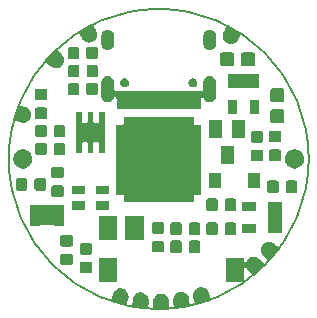
<source format=gbr>
%TF.GenerationSoftware,KiCad,Pcbnew,(5.0.1)-4*%
%TF.CreationDate,2019-06-04T13:38:29+02:00*%
%TF.ProjectId,ESPesh,4553506573682E6B696361645F706362,rev?*%
%TF.SameCoordinates,Original*%
%TF.FileFunction,Soldermask,Top*%
%TF.FilePolarity,Negative*%
%FSLAX46Y46*%
G04 Gerber Fmt 4.6, Leading zero omitted, Abs format (unit mm)*
G04 Created by KiCad (PCBNEW (5.0.1)-4) date 04/06/2019 13:38:29*
%MOMM*%
%LPD*%
G01*
G04 APERTURE LIST*
%ADD10C,0.200000*%
%ADD11C,0.100000*%
G04 APERTURE END LIST*
D10*
X114808000Y-67754500D02*
G75*
G03X114808000Y-67754500I-12700000J0D01*
G01*
D11*
G36*
X102353815Y-79148434D02*
X102358822Y-79148839D01*
X102358824Y-79148839D01*
X102364974Y-79149337D01*
X102475379Y-79169302D01*
X102481314Y-79170989D01*
X102481317Y-79170990D01*
X102486227Y-79172386D01*
X102496925Y-79175428D01*
X102601309Y-79216546D01*
X102621231Y-79226752D01*
X102715598Y-79287450D01*
X102733144Y-79301345D01*
X102813861Y-79379293D01*
X102817856Y-79383991D01*
X102818666Y-79384943D01*
X102828362Y-79396346D01*
X102892315Y-79488534D01*
X102903209Y-79508086D01*
X102947951Y-79610989D01*
X102954820Y-79632288D01*
X102978628Y-79741940D01*
X102981210Y-79764172D01*
X102981647Y-79789202D01*
X102982462Y-79801436D01*
X102985354Y-79826348D01*
X102996223Y-80448979D01*
X102994916Y-80465139D01*
X102992167Y-80474803D01*
X102987587Y-80483745D01*
X102981351Y-80491620D01*
X102974541Y-80497410D01*
X102973697Y-80498128D01*
X102964921Y-80503018D01*
X102955797Y-80505960D01*
X102955357Y-80506102D01*
X102939254Y-80507972D01*
X101681721Y-80529923D01*
X101665562Y-80528616D01*
X101655896Y-80525867D01*
X101646958Y-80521288D01*
X101646956Y-80521287D01*
X101643018Y-80518168D01*
X101639078Y-80515049D01*
X101632572Y-80507397D01*
X101630132Y-80503018D01*
X101627682Y-80498621D01*
X101624599Y-80489059D01*
X101624598Y-80489057D01*
X101622728Y-80472953D01*
X101611860Y-79850323D01*
X101613880Y-79825348D01*
X101614268Y-79813091D01*
X101613831Y-79788045D01*
X101615637Y-79765726D01*
X101635602Y-79655321D01*
X101641728Y-79633775D01*
X101682846Y-79529391D01*
X101693052Y-79509469D01*
X101753750Y-79415102D01*
X101767645Y-79397556D01*
X101845593Y-79316839D01*
X101862646Y-79302338D01*
X101954834Y-79238385D01*
X101974386Y-79227491D01*
X102077289Y-79182749D01*
X102083156Y-79180857D01*
X102083158Y-79180856D01*
X102087939Y-79179314D01*
X102098588Y-79175880D01*
X102208240Y-79152072D01*
X102230472Y-79149490D01*
X102342656Y-79147531D01*
X102353815Y-79148434D01*
X102353815Y-79148434D01*
G37*
G36*
X100610910Y-79045653D02*
X100722029Y-79061270D01*
X100743773Y-79066540D01*
X100849710Y-79103535D01*
X100870010Y-79112947D01*
X100966687Y-79169895D01*
X100971667Y-79173530D01*
X100971674Y-79173534D01*
X100979789Y-79179457D01*
X100979797Y-79179464D01*
X100984777Y-79183099D01*
X101068479Y-79257805D01*
X101083643Y-79274281D01*
X101151160Y-79363880D01*
X101154373Y-79369148D01*
X101154377Y-79369154D01*
X101158822Y-79376444D01*
X101162821Y-79383002D01*
X101211566Y-79484059D01*
X101219266Y-79505073D01*
X101247361Y-79613712D01*
X101250814Y-79635822D01*
X101257175Y-79747839D01*
X101256247Y-79770210D01*
X101252763Y-79794998D01*
X101251655Y-79807205D01*
X101250614Y-79832260D01*
X101163946Y-80448935D01*
X101160857Y-80461680D01*
X101160127Y-80464691D01*
X101156296Y-80472953D01*
X101155901Y-80473805D01*
X101149977Y-80481922D01*
X101142591Y-80488719D01*
X101142589Y-80488720D01*
X101142586Y-80488723D01*
X101134009Y-80493953D01*
X101134005Y-80493955D01*
X101134004Y-80493955D01*
X101124576Y-80497410D01*
X101114654Y-80498960D01*
X101114650Y-80498960D01*
X101112512Y-80498871D01*
X101098449Y-80498288D01*
X99852965Y-80323246D01*
X99840220Y-80320157D01*
X99837209Y-80319427D01*
X99828095Y-80315201D01*
X99819978Y-80309277D01*
X99813181Y-80301891D01*
X99813180Y-80301889D01*
X99813177Y-80301886D01*
X99807947Y-80293309D01*
X99804490Y-80283876D01*
X99802940Y-80273954D01*
X99803612Y-80257749D01*
X99890280Y-79641079D01*
X99896179Y-79616741D01*
X99898480Y-79604694D01*
X99901968Y-79579879D01*
X99907240Y-79558127D01*
X99944235Y-79452190D01*
X99953647Y-79431890D01*
X100010595Y-79335213D01*
X100014230Y-79330233D01*
X100014234Y-79330226D01*
X100020157Y-79322111D01*
X100020164Y-79322103D01*
X100023799Y-79317123D01*
X100098505Y-79233421D01*
X100114981Y-79218257D01*
X100204580Y-79150740D01*
X100209848Y-79147527D01*
X100209854Y-79147523D01*
X100218431Y-79142293D01*
X100218434Y-79142292D01*
X100223702Y-79139079D01*
X100324759Y-79090334D01*
X100345773Y-79082634D01*
X100454412Y-79054539D01*
X100476522Y-79051086D01*
X100588539Y-79044725D01*
X100610910Y-79045653D01*
X100610910Y-79045653D01*
G37*
G36*
X104095907Y-78998736D02*
X104118081Y-79001803D01*
X104227170Y-79027993D01*
X104233006Y-79030016D01*
X104233008Y-79030017D01*
X104242500Y-79033308D01*
X104242504Y-79033310D01*
X104248333Y-79035331D01*
X104350223Y-79082302D01*
X104355547Y-79085422D01*
X104355548Y-79085423D01*
X104363927Y-79090334D01*
X104369541Y-79093625D01*
X104460315Y-79159577D01*
X104477038Y-79174437D01*
X104553209Y-79256838D01*
X104566719Y-79274686D01*
X104625342Y-79370352D01*
X104635113Y-79390495D01*
X104673946Y-79495758D01*
X104675504Y-79501727D01*
X104675505Y-79501731D01*
X104676377Y-79505073D01*
X104679598Y-79517418D01*
X104683516Y-79542152D01*
X104686026Y-79554151D01*
X104692356Y-79578413D01*
X104789772Y-80193470D01*
X104790726Y-80209658D01*
X104789350Y-80219606D01*
X104789349Y-80219609D01*
X104786058Y-80229101D01*
X104780978Y-80237768D01*
X104774305Y-80245278D01*
X104767860Y-80250156D01*
X104766293Y-80251342D01*
X104757257Y-80255725D01*
X104741561Y-80259821D01*
X103499330Y-80456572D01*
X103483142Y-80457526D01*
X103473194Y-80456150D01*
X103473191Y-80456149D01*
X103463699Y-80452858D01*
X103463697Y-80452857D01*
X103455033Y-80447779D01*
X103454196Y-80447035D01*
X103447522Y-80441105D01*
X103441459Y-80433094D01*
X103441458Y-80433093D01*
X103437075Y-80424057D01*
X103432979Y-80408361D01*
X103335564Y-79793312D01*
X103334089Y-79768295D01*
X103332767Y-79756103D01*
X103328849Y-79731361D01*
X103327531Y-79709017D01*
X103331936Y-79596893D01*
X103335003Y-79574719D01*
X103361193Y-79465630D01*
X103368531Y-79444467D01*
X103415502Y-79342577D01*
X103426825Y-79323259D01*
X103492777Y-79232485D01*
X103507637Y-79215762D01*
X103590038Y-79139591D01*
X103607886Y-79126081D01*
X103703552Y-79067458D01*
X103713623Y-79062573D01*
X103718143Y-79060380D01*
X103718144Y-79060379D01*
X103723695Y-79057687D01*
X103828957Y-79018854D01*
X103834929Y-79017296D01*
X103834931Y-79017295D01*
X103844651Y-79014759D01*
X103850626Y-79013200D01*
X103961442Y-78995648D01*
X103983783Y-78994331D01*
X104095907Y-78998736D01*
X104095907Y-78998736D01*
G37*
G36*
X98970195Y-78709039D02*
X98976288Y-78710045D01*
X98976290Y-78710045D01*
X98986202Y-78711681D01*
X98986208Y-78711683D01*
X98992292Y-78712687D01*
X99100671Y-78741726D01*
X99121622Y-78749612D01*
X99222248Y-78799235D01*
X99241262Y-78811059D01*
X99330272Y-78879358D01*
X99346610Y-78894660D01*
X99420598Y-78979027D01*
X99433632Y-78997217D01*
X99489732Y-79094385D01*
X99498977Y-79114787D01*
X99535037Y-79221018D01*
X99540121Y-79242822D01*
X99554767Y-79354071D01*
X99555499Y-79376444D01*
X99548161Y-79488395D01*
X99547155Y-79494488D01*
X99547155Y-79494490D01*
X99545800Y-79502701D01*
X99544512Y-79510499D01*
X99538024Y-79534711D01*
X99535431Y-79546715D01*
X99534001Y-79555383D01*
X99534001Y-79555393D01*
X99532364Y-79565314D01*
X99532359Y-79565333D01*
X99531356Y-79571411D01*
X99370186Y-80172907D01*
X99368014Y-80178677D01*
X99364475Y-80188079D01*
X99359170Y-80196610D01*
X99352303Y-80203943D01*
X99344137Y-80209794D01*
X99339561Y-80211867D01*
X99334985Y-80213941D01*
X99325203Y-80216222D01*
X99315163Y-80216550D01*
X99315161Y-80216550D01*
X99305249Y-80214914D01*
X99305243Y-80214912D01*
X99299159Y-80213908D01*
X98084293Y-79888386D01*
X98069125Y-79882677D01*
X98069121Y-79882675D01*
X98060590Y-79877370D01*
X98053257Y-79870503D01*
X98047406Y-79862337D01*
X98045333Y-79857761D01*
X98043259Y-79853185D01*
X98040978Y-79843403D01*
X98040650Y-79833363D01*
X98040832Y-79832260D01*
X98042286Y-79823449D01*
X98042288Y-79823443D01*
X98043292Y-79817359D01*
X98204462Y-79215862D01*
X98213291Y-79192404D01*
X98217043Y-79180726D01*
X98223526Y-79156530D01*
X98231412Y-79135578D01*
X98281035Y-79034952D01*
X98292859Y-79015938D01*
X98361158Y-78926928D01*
X98376460Y-78910590D01*
X98460827Y-78836602D01*
X98479017Y-78823568D01*
X98576185Y-78767468D01*
X98596587Y-78758223D01*
X98702818Y-78722163D01*
X98724622Y-78717079D01*
X98835871Y-78702433D01*
X98842030Y-78702231D01*
X98842034Y-78702231D01*
X98848944Y-78702005D01*
X98858244Y-78701701D01*
X98970195Y-78709039D01*
X98970195Y-78709039D01*
G37*
G36*
X105823486Y-78610832D02*
X105845444Y-78615150D01*
X105952889Y-78647486D01*
X105973591Y-78656008D01*
X106072656Y-78708682D01*
X106091297Y-78721079D01*
X106178183Y-78792069D01*
X106194046Y-78807863D01*
X106265416Y-78894441D01*
X106277897Y-78913032D01*
X106331002Y-79011866D01*
X106339613Y-79032527D01*
X106346934Y-79056472D01*
X106351089Y-79068005D01*
X106360734Y-79091152D01*
X106542799Y-79686658D01*
X106544016Y-79692708D01*
X106544018Y-79692714D01*
X106545999Y-79702563D01*
X106546021Y-79712609D01*
X106544083Y-79722466D01*
X106540985Y-79729989D01*
X106540257Y-79731759D01*
X106534696Y-79740121D01*
X106527609Y-79747239D01*
X106523436Y-79750040D01*
X106519266Y-79752840D01*
X106519265Y-79752841D01*
X106519264Y-79752841D01*
X106504303Y-79759077D01*
X105301531Y-80126802D01*
X105285640Y-80129999D01*
X105275592Y-80130021D01*
X105275591Y-80130021D01*
X105265734Y-80128083D01*
X105258211Y-80124985D01*
X105256441Y-80124257D01*
X105248079Y-80118696D01*
X105240961Y-80111609D01*
X105235359Y-80103264D01*
X105229123Y-80088302D01*
X105047054Y-79492784D01*
X105042112Y-79468220D01*
X105039106Y-79456328D01*
X105031783Y-79432376D01*
X105030567Y-79426330D01*
X105030565Y-79426325D01*
X105028584Y-79416475D01*
X105027366Y-79410423D01*
X105016127Y-79298793D01*
X105016077Y-79276404D01*
X105026832Y-79164714D01*
X105031150Y-79142756D01*
X105063486Y-79035311D01*
X105072008Y-79014609D01*
X105124682Y-78915544D01*
X105137079Y-78896903D01*
X105208069Y-78810017D01*
X105223863Y-78794154D01*
X105310441Y-78722784D01*
X105329032Y-78710303D01*
X105427865Y-78657198D01*
X105448525Y-78648588D01*
X105555823Y-78615783D01*
X105561873Y-78614566D01*
X105561876Y-78614565D01*
X105571725Y-78612584D01*
X105571724Y-78612584D01*
X105577779Y-78611366D01*
X105689407Y-78600127D01*
X105695579Y-78600113D01*
X105695581Y-78600113D01*
X105700475Y-78600102D01*
X105711796Y-78600077D01*
X105823486Y-78610832D01*
X105823486Y-78610832D01*
G37*
G36*
X110264311Y-76028079D02*
X110270408Y-76029004D01*
X110270411Y-76029004D01*
X110280344Y-76030511D01*
X110280345Y-76030511D01*
X110286441Y-76031436D01*
X110395194Y-76059056D01*
X110416246Y-76066666D01*
X110517517Y-76114969D01*
X110536685Y-76126543D01*
X110626580Y-76193672D01*
X110643119Y-76208761D01*
X110659869Y-76227364D01*
X110668511Y-76236064D01*
X110687042Y-76252972D01*
X111103720Y-76715740D01*
X111113338Y-76728797D01*
X111117603Y-76737891D01*
X111117603Y-76737892D01*
X111120012Y-76747645D01*
X111120472Y-76757681D01*
X111118965Y-76767614D01*
X111115550Y-76777061D01*
X111110357Y-76785661D01*
X111103586Y-76793083D01*
X111103583Y-76793086D01*
X111099420Y-76797649D01*
X110164760Y-77639220D01*
X110151703Y-77648838D01*
X110142609Y-77653103D01*
X110132856Y-77655512D01*
X110122819Y-77655972D01*
X110112886Y-77654465D01*
X110103439Y-77651050D01*
X110094841Y-77645858D01*
X110094839Y-77645857D01*
X110087417Y-77639086D01*
X110087414Y-77639083D01*
X110082851Y-77634920D01*
X109666180Y-77172159D01*
X109651319Y-77151984D01*
X109643566Y-77142473D01*
X109626803Y-77123857D01*
X109613527Y-77105832D01*
X109556157Y-77009402D01*
X109548673Y-76993444D01*
X109536144Y-76972385D01*
X109519748Y-76954175D01*
X109500114Y-76939513D01*
X109477997Y-76928964D01*
X109454246Y-76922932D01*
X109429776Y-76921649D01*
X109405525Y-76925165D01*
X109382426Y-76933345D01*
X109361367Y-76945874D01*
X109343157Y-76962270D01*
X109328495Y-76981904D01*
X109317946Y-77004021D01*
X109311914Y-77027772D01*
X109310500Y-77046518D01*
X109310500Y-78163600D01*
X107808500Y-78163600D01*
X107808500Y-76161600D01*
X109310500Y-76161600D01*
X109310500Y-76374467D01*
X109312902Y-76398853D01*
X109320015Y-76422302D01*
X109331566Y-76443913D01*
X109347112Y-76462855D01*
X109366054Y-76478401D01*
X109387665Y-76489952D01*
X109411114Y-76497065D01*
X109435500Y-76499467D01*
X109459886Y-76497065D01*
X109483335Y-76489952D01*
X109504946Y-76478401D01*
X109523888Y-76462855D01*
X109539434Y-76443913D01*
X109548323Y-76428280D01*
X109579464Y-76362991D01*
X109591043Y-76343815D01*
X109658172Y-76253920D01*
X109673256Y-76237387D01*
X109756647Y-76162301D01*
X109761609Y-76158646D01*
X109761611Y-76158644D01*
X109769700Y-76152686D01*
X109774667Y-76149027D01*
X109871095Y-76091659D01*
X109876678Y-76089041D01*
X109876681Y-76089039D01*
X109885776Y-76084773D01*
X109885785Y-76084770D01*
X109891367Y-76082152D01*
X109997121Y-76044702D01*
X110003110Y-76043222D01*
X110003117Y-76043220D01*
X110012871Y-76040811D01*
X110018870Y-76039329D01*
X110129893Y-76023232D01*
X110152264Y-76022206D01*
X110264311Y-76028079D01*
X110264311Y-76028079D01*
G37*
G36*
X98610500Y-78163600D02*
X97008500Y-78163600D01*
X97008500Y-76161600D01*
X98610500Y-76161600D01*
X98610500Y-78163600D01*
X98610500Y-78163600D01*
G37*
G36*
X96328091Y-76465085D02*
X96362069Y-76475393D01*
X96393387Y-76492133D01*
X96420839Y-76514661D01*
X96443367Y-76542113D01*
X96460107Y-76573431D01*
X96470415Y-76607409D01*
X96474500Y-76648890D01*
X96474500Y-77250110D01*
X96470415Y-77291591D01*
X96460107Y-77325569D01*
X96443367Y-77356887D01*
X96420839Y-77384339D01*
X96393387Y-77406867D01*
X96362069Y-77423607D01*
X96328091Y-77433915D01*
X96286610Y-77438000D01*
X95610390Y-77438000D01*
X95568909Y-77433915D01*
X95534931Y-77423607D01*
X95503613Y-77406867D01*
X95476161Y-77384339D01*
X95453633Y-77356887D01*
X95436893Y-77325569D01*
X95426585Y-77291591D01*
X95422500Y-77250110D01*
X95422500Y-76648890D01*
X95426585Y-76607409D01*
X95436893Y-76573431D01*
X95453633Y-76542113D01*
X95476161Y-76514661D01*
X95503613Y-76492133D01*
X95534931Y-76475393D01*
X95568909Y-76465085D01*
X95610390Y-76461000D01*
X96286610Y-76461000D01*
X96328091Y-76465085D01*
X96328091Y-76465085D01*
G37*
G36*
X94677091Y-75779085D02*
X94711069Y-75789393D01*
X94742387Y-75806133D01*
X94769839Y-75828661D01*
X94792367Y-75856113D01*
X94809107Y-75887431D01*
X94819415Y-75921409D01*
X94823500Y-75962890D01*
X94823500Y-76564110D01*
X94819415Y-76605591D01*
X94809107Y-76639569D01*
X94792367Y-76670887D01*
X94769839Y-76698339D01*
X94742387Y-76720867D01*
X94711069Y-76737607D01*
X94677091Y-76747915D01*
X94635610Y-76752000D01*
X93959390Y-76752000D01*
X93917909Y-76747915D01*
X93883931Y-76737607D01*
X93852613Y-76720867D01*
X93825161Y-76698339D01*
X93802633Y-76670887D01*
X93785893Y-76639569D01*
X93775585Y-76605591D01*
X93771500Y-76564110D01*
X93771500Y-75962890D01*
X93775585Y-75921409D01*
X93785893Y-75887431D01*
X93802633Y-75856113D01*
X93825161Y-75828661D01*
X93852613Y-75806133D01*
X93883931Y-75789393D01*
X93917909Y-75779085D01*
X93959390Y-75775000D01*
X94635610Y-75775000D01*
X94677091Y-75779085D01*
X94677091Y-75779085D01*
G37*
G36*
X111444957Y-74751985D02*
X111444960Y-74751985D01*
X111450378Y-74752044D01*
X111461181Y-74752162D01*
X111572707Y-74764377D01*
X111594616Y-74768984D01*
X111701622Y-74802723D01*
X111707296Y-74805146D01*
X111707299Y-74805147D01*
X111708275Y-74805564D01*
X111722222Y-74811520D01*
X111820575Y-74865479D01*
X111825675Y-74868968D01*
X111833966Y-74874639D01*
X111833970Y-74874642D01*
X111839061Y-74878125D01*
X111858230Y-74894209D01*
X111867988Y-74901613D01*
X111888697Y-74915783D01*
X112365736Y-75316066D01*
X112372415Y-75322893D01*
X112377075Y-75327655D01*
X112382565Y-75336069D01*
X112382566Y-75336071D01*
X112386308Y-75345390D01*
X112388160Y-75355263D01*
X112388050Y-75365313D01*
X112385983Y-75375145D01*
X112382039Y-75384381D01*
X112372885Y-75397761D01*
X111564434Y-76361236D01*
X111557607Y-76367915D01*
X111552845Y-76372575D01*
X111545237Y-76377539D01*
X111544429Y-76378066D01*
X111535110Y-76381808D01*
X111525237Y-76383660D01*
X111525234Y-76383660D01*
X111519207Y-76383594D01*
X111515187Y-76383550D01*
X111505355Y-76381483D01*
X111496119Y-76377539D01*
X111482739Y-76368385D01*
X111005703Y-75968104D01*
X111000601Y-75962890D01*
X110994363Y-75956515D01*
X110994361Y-75956512D01*
X110988184Y-75950199D01*
X110979184Y-75941861D01*
X110959993Y-75925759D01*
X110955679Y-75921349D01*
X110955675Y-75921346D01*
X110948649Y-75914165D01*
X110948643Y-75914158D01*
X110944330Y-75909749D01*
X110874107Y-75822254D01*
X110861871Y-75803502D01*
X110810064Y-75703981D01*
X110805016Y-75691408D01*
X110804021Y-75688931D01*
X110804019Y-75688925D01*
X110801720Y-75683198D01*
X110770325Y-75575489D01*
X110766197Y-75553482D01*
X110756418Y-75441718D01*
X110756662Y-75419319D01*
X110768877Y-75307793D01*
X110773484Y-75285884D01*
X110807223Y-75178878D01*
X110816020Y-75158278D01*
X110869979Y-75059925D01*
X110882625Y-75041438D01*
X110954740Y-74955495D01*
X110959147Y-74951183D01*
X110959154Y-74951175D01*
X110966335Y-74944149D01*
X110966344Y-74944142D01*
X110970751Y-74939830D01*
X111058246Y-74869607D01*
X111063413Y-74866236D01*
X111063416Y-74866233D01*
X111071830Y-74860743D01*
X111071832Y-74860742D01*
X111076998Y-74857371D01*
X111176519Y-74805564D01*
X111182244Y-74803265D01*
X111182247Y-74803264D01*
X111191569Y-74799521D01*
X111191575Y-74799519D01*
X111197302Y-74797220D01*
X111305011Y-74765825D01*
X111311075Y-74764687D01*
X111311077Y-74764687D01*
X111320951Y-74762835D01*
X111327018Y-74761697D01*
X111438782Y-74751918D01*
X111444957Y-74751985D01*
X111444957Y-74751985D01*
G37*
G36*
X96328091Y-74890085D02*
X96362069Y-74900393D01*
X96393387Y-74917133D01*
X96420839Y-74939661D01*
X96443367Y-74967113D01*
X96460107Y-74998431D01*
X96470415Y-75032409D01*
X96474500Y-75073890D01*
X96474500Y-75675110D01*
X96470415Y-75716591D01*
X96460107Y-75750569D01*
X96443367Y-75781887D01*
X96420839Y-75809339D01*
X96393387Y-75831867D01*
X96362069Y-75848607D01*
X96328091Y-75858915D01*
X96286610Y-75863000D01*
X95610390Y-75863000D01*
X95568909Y-75858915D01*
X95534931Y-75848607D01*
X95503613Y-75831867D01*
X95476161Y-75809339D01*
X95453633Y-75781887D01*
X95436893Y-75750569D01*
X95426585Y-75716591D01*
X95422500Y-75675110D01*
X95422500Y-75073890D01*
X95426585Y-75032409D01*
X95436893Y-74998431D01*
X95453633Y-74967113D01*
X95476161Y-74939661D01*
X95503613Y-74917133D01*
X95534931Y-74900393D01*
X95568909Y-74890085D01*
X95610390Y-74886000D01*
X96286610Y-74886000D01*
X96328091Y-74890085D01*
X96328091Y-74890085D01*
G37*
G36*
X105485591Y-74662085D02*
X105519569Y-74672393D01*
X105550887Y-74689133D01*
X105578339Y-74711661D01*
X105600867Y-74739113D01*
X105617607Y-74770431D01*
X105627915Y-74804409D01*
X105632000Y-74845890D01*
X105632000Y-75522110D01*
X105627915Y-75563591D01*
X105617607Y-75597569D01*
X105600867Y-75628887D01*
X105578339Y-75656339D01*
X105550887Y-75678867D01*
X105519569Y-75695607D01*
X105485591Y-75705915D01*
X105444110Y-75710000D01*
X104842890Y-75710000D01*
X104801409Y-75705915D01*
X104767431Y-75695607D01*
X104736113Y-75678867D01*
X104708661Y-75656339D01*
X104686133Y-75628887D01*
X104669393Y-75597569D01*
X104659085Y-75563591D01*
X104655000Y-75522110D01*
X104655000Y-74845890D01*
X104659085Y-74804409D01*
X104669393Y-74770431D01*
X104686133Y-74739113D01*
X104708661Y-74711661D01*
X104736113Y-74689133D01*
X104767431Y-74672393D01*
X104801409Y-74662085D01*
X104842890Y-74658000D01*
X105444110Y-74658000D01*
X105485591Y-74662085D01*
X105485591Y-74662085D01*
G37*
G36*
X103910591Y-74662085D02*
X103944569Y-74672393D01*
X103975887Y-74689133D01*
X104003339Y-74711661D01*
X104025867Y-74739113D01*
X104042607Y-74770431D01*
X104052915Y-74804409D01*
X104057000Y-74845890D01*
X104057000Y-75522110D01*
X104052915Y-75563591D01*
X104042607Y-75597569D01*
X104025867Y-75628887D01*
X104003339Y-75656339D01*
X103975887Y-75678867D01*
X103944569Y-75695607D01*
X103910591Y-75705915D01*
X103869110Y-75710000D01*
X103267890Y-75710000D01*
X103226409Y-75705915D01*
X103192431Y-75695607D01*
X103161113Y-75678867D01*
X103133661Y-75656339D01*
X103111133Y-75628887D01*
X103094393Y-75597569D01*
X103084085Y-75563591D01*
X103080000Y-75522110D01*
X103080000Y-74845890D01*
X103084085Y-74804409D01*
X103094393Y-74770431D01*
X103111133Y-74739113D01*
X103133661Y-74711661D01*
X103161113Y-74689133D01*
X103192431Y-74672393D01*
X103226409Y-74662085D01*
X103267890Y-74658000D01*
X103869110Y-74658000D01*
X103910591Y-74662085D01*
X103910591Y-74662085D01*
G37*
G36*
X102424091Y-74699585D02*
X102458069Y-74709893D01*
X102489387Y-74726633D01*
X102516839Y-74749161D01*
X102539367Y-74776613D01*
X102556107Y-74807931D01*
X102566415Y-74841909D01*
X102570500Y-74883390D01*
X102570500Y-75484610D01*
X102566415Y-75526091D01*
X102556107Y-75560069D01*
X102539367Y-75591387D01*
X102516839Y-75618839D01*
X102489387Y-75641367D01*
X102458069Y-75658107D01*
X102424091Y-75668415D01*
X102382610Y-75672500D01*
X101706390Y-75672500D01*
X101664909Y-75668415D01*
X101630931Y-75658107D01*
X101599613Y-75641367D01*
X101572161Y-75618839D01*
X101549633Y-75591387D01*
X101532893Y-75560069D01*
X101522585Y-75526091D01*
X101518500Y-75484610D01*
X101518500Y-74883390D01*
X101522585Y-74841909D01*
X101532893Y-74807931D01*
X101549633Y-74776613D01*
X101572161Y-74749161D01*
X101599613Y-74726633D01*
X101630931Y-74709893D01*
X101664909Y-74699585D01*
X101706390Y-74695500D01*
X102382610Y-74695500D01*
X102424091Y-74699585D01*
X102424091Y-74699585D01*
G37*
G36*
X94677091Y-74204085D02*
X94711069Y-74214393D01*
X94742387Y-74231133D01*
X94769839Y-74253661D01*
X94792367Y-74281113D01*
X94809107Y-74312431D01*
X94819415Y-74346409D01*
X94823500Y-74387890D01*
X94823500Y-74989110D01*
X94819415Y-75030591D01*
X94809107Y-75064569D01*
X94792367Y-75095887D01*
X94769839Y-75123339D01*
X94742387Y-75145867D01*
X94711069Y-75162607D01*
X94677091Y-75172915D01*
X94635610Y-75177000D01*
X93959390Y-75177000D01*
X93917909Y-75172915D01*
X93883931Y-75162607D01*
X93852613Y-75145867D01*
X93825161Y-75123339D01*
X93802633Y-75095887D01*
X93785893Y-75064569D01*
X93775585Y-75030591D01*
X93771500Y-74989110D01*
X93771500Y-74387890D01*
X93775585Y-74346409D01*
X93785893Y-74312431D01*
X93802633Y-74281113D01*
X93825161Y-74253661D01*
X93852613Y-74231133D01*
X93883931Y-74214393D01*
X93917909Y-74204085D01*
X93959390Y-74200000D01*
X94635610Y-74200000D01*
X94677091Y-74204085D01*
X94677091Y-74204085D01*
G37*
G36*
X98610500Y-74613600D02*
X97008500Y-74613600D01*
X97008500Y-72611600D01*
X98610500Y-72611600D01*
X98610500Y-74613600D01*
X98610500Y-74613600D01*
G37*
G36*
X100860500Y-74613600D02*
X99258500Y-74613600D01*
X99258500Y-72611600D01*
X100860500Y-72611600D01*
X100860500Y-74613600D01*
X100860500Y-74613600D01*
G37*
G36*
X108533591Y-73138085D02*
X108567569Y-73148393D01*
X108598887Y-73165133D01*
X108626339Y-73187661D01*
X108648867Y-73215113D01*
X108665607Y-73246431D01*
X108675915Y-73280409D01*
X108680000Y-73321890D01*
X108680000Y-73998110D01*
X108675915Y-74039591D01*
X108665607Y-74073569D01*
X108648867Y-74104887D01*
X108626339Y-74132339D01*
X108598887Y-74154867D01*
X108567569Y-74171607D01*
X108533591Y-74181915D01*
X108492110Y-74186000D01*
X107890890Y-74186000D01*
X107849409Y-74181915D01*
X107815431Y-74171607D01*
X107784113Y-74154867D01*
X107756661Y-74132339D01*
X107734133Y-74104887D01*
X107717393Y-74073569D01*
X107707085Y-74039591D01*
X107703000Y-73998110D01*
X107703000Y-73321890D01*
X107707085Y-73280409D01*
X107717393Y-73246431D01*
X107734133Y-73215113D01*
X107756661Y-73187661D01*
X107784113Y-73165133D01*
X107815431Y-73148393D01*
X107849409Y-73138085D01*
X107890890Y-73134000D01*
X108492110Y-73134000D01*
X108533591Y-73138085D01*
X108533591Y-73138085D01*
G37*
G36*
X103910591Y-73138085D02*
X103944569Y-73148393D01*
X103975887Y-73165133D01*
X104003339Y-73187661D01*
X104025867Y-73215113D01*
X104042607Y-73246431D01*
X104052915Y-73280409D01*
X104057000Y-73321890D01*
X104057000Y-73998110D01*
X104052915Y-74039591D01*
X104042607Y-74073569D01*
X104025867Y-74104887D01*
X104003339Y-74132339D01*
X103975887Y-74154867D01*
X103944569Y-74171607D01*
X103910591Y-74181915D01*
X103869110Y-74186000D01*
X103267890Y-74186000D01*
X103226409Y-74181915D01*
X103192431Y-74171607D01*
X103161113Y-74154867D01*
X103133661Y-74132339D01*
X103111133Y-74104887D01*
X103094393Y-74073569D01*
X103084085Y-74039591D01*
X103080000Y-73998110D01*
X103080000Y-73321890D01*
X103084085Y-73280409D01*
X103094393Y-73246431D01*
X103111133Y-73215113D01*
X103133661Y-73187661D01*
X103161113Y-73165133D01*
X103192431Y-73148393D01*
X103226409Y-73138085D01*
X103267890Y-73134000D01*
X103869110Y-73134000D01*
X103910591Y-73138085D01*
X103910591Y-73138085D01*
G37*
G36*
X106958591Y-73138085D02*
X106992569Y-73148393D01*
X107023887Y-73165133D01*
X107051339Y-73187661D01*
X107073867Y-73215113D01*
X107090607Y-73246431D01*
X107100915Y-73280409D01*
X107105000Y-73321890D01*
X107105000Y-73998110D01*
X107100915Y-74039591D01*
X107090607Y-74073569D01*
X107073867Y-74104887D01*
X107051339Y-74132339D01*
X107023887Y-74154867D01*
X106992569Y-74171607D01*
X106958591Y-74181915D01*
X106917110Y-74186000D01*
X106315890Y-74186000D01*
X106274409Y-74181915D01*
X106240431Y-74171607D01*
X106209113Y-74154867D01*
X106181661Y-74132339D01*
X106159133Y-74104887D01*
X106142393Y-74073569D01*
X106132085Y-74039591D01*
X106128000Y-73998110D01*
X106128000Y-73321890D01*
X106132085Y-73280409D01*
X106142393Y-73246431D01*
X106159133Y-73215113D01*
X106181661Y-73187661D01*
X106209113Y-73165133D01*
X106240431Y-73148393D01*
X106274409Y-73138085D01*
X106315890Y-73134000D01*
X106917110Y-73134000D01*
X106958591Y-73138085D01*
X106958591Y-73138085D01*
G37*
G36*
X105485591Y-73138085D02*
X105519569Y-73148393D01*
X105550887Y-73165133D01*
X105578339Y-73187661D01*
X105600867Y-73215113D01*
X105617607Y-73246431D01*
X105627915Y-73280409D01*
X105632000Y-73321890D01*
X105632000Y-73998110D01*
X105627915Y-74039591D01*
X105617607Y-74073569D01*
X105600867Y-74104887D01*
X105578339Y-74132339D01*
X105550887Y-74154867D01*
X105519569Y-74171607D01*
X105485591Y-74181915D01*
X105444110Y-74186000D01*
X104842890Y-74186000D01*
X104801409Y-74181915D01*
X104767431Y-74171607D01*
X104736113Y-74154867D01*
X104708661Y-74132339D01*
X104686133Y-74104887D01*
X104669393Y-74073569D01*
X104659085Y-74039591D01*
X104655000Y-73998110D01*
X104655000Y-73321890D01*
X104659085Y-73280409D01*
X104669393Y-73246431D01*
X104686133Y-73215113D01*
X104708661Y-73187661D01*
X104736113Y-73165133D01*
X104767431Y-73148393D01*
X104801409Y-73138085D01*
X104842890Y-73134000D01*
X105444110Y-73134000D01*
X105485591Y-73138085D01*
X105485591Y-73138085D01*
G37*
G36*
X102424091Y-73124585D02*
X102458069Y-73134893D01*
X102489387Y-73151633D01*
X102516839Y-73174161D01*
X102539367Y-73201613D01*
X102556107Y-73232931D01*
X102566415Y-73266909D01*
X102570500Y-73308390D01*
X102570500Y-73909610D01*
X102566415Y-73951091D01*
X102556107Y-73985069D01*
X102539367Y-74016387D01*
X102516839Y-74043839D01*
X102489387Y-74066367D01*
X102458069Y-74083107D01*
X102424091Y-74093415D01*
X102382610Y-74097500D01*
X101706390Y-74097500D01*
X101664909Y-74093415D01*
X101630931Y-74083107D01*
X101599613Y-74066367D01*
X101572161Y-74043839D01*
X101549633Y-74016387D01*
X101532893Y-73985069D01*
X101522585Y-73951091D01*
X101518500Y-73909610D01*
X101518500Y-73308390D01*
X101522585Y-73266909D01*
X101532893Y-73232931D01*
X101549633Y-73201613D01*
X101572161Y-73174161D01*
X101599613Y-73151633D01*
X101630931Y-73134893D01*
X101664909Y-73124585D01*
X101706390Y-73120500D01*
X102382610Y-73120500D01*
X102424091Y-73124585D01*
X102424091Y-73124585D01*
G37*
G36*
X112552000Y-74033500D02*
X111390000Y-74033500D01*
X111390000Y-71381500D01*
X112552000Y-71381500D01*
X112552000Y-74033500D01*
X112552000Y-74033500D01*
G37*
G36*
X110352000Y-74033500D02*
X109190000Y-74033500D01*
X109190000Y-73281500D01*
X110352000Y-73281500D01*
X110352000Y-74033500D01*
X110352000Y-74033500D01*
G37*
G36*
X92028054Y-71644934D02*
X92049665Y-71656485D01*
X92073114Y-71663598D01*
X92097500Y-71666000D01*
X93195500Y-71666000D01*
X93219886Y-71663598D01*
X93243335Y-71656485D01*
X93264946Y-71644934D01*
X93269739Y-71641000D01*
X94072500Y-71641000D01*
X94072500Y-73393000D01*
X93269739Y-73393000D01*
X93264946Y-73389066D01*
X93243335Y-73377515D01*
X93219886Y-73370402D01*
X93195500Y-73368000D01*
X92097500Y-73368000D01*
X92073114Y-73370402D01*
X92049665Y-73377515D01*
X92028054Y-73389066D01*
X92023261Y-73393000D01*
X91220500Y-73393000D01*
X91220500Y-71641000D01*
X92023261Y-71641000D01*
X92028054Y-71644934D01*
X92028054Y-71644934D01*
G37*
G36*
X106958591Y-71106085D02*
X106992569Y-71116393D01*
X107023887Y-71133133D01*
X107051339Y-71155661D01*
X107073867Y-71183113D01*
X107090607Y-71214431D01*
X107100915Y-71248409D01*
X107105000Y-71289890D01*
X107105000Y-71966110D01*
X107100915Y-72007591D01*
X107090607Y-72041569D01*
X107073867Y-72072887D01*
X107051339Y-72100339D01*
X107023887Y-72122867D01*
X106992569Y-72139607D01*
X106958591Y-72149915D01*
X106917110Y-72154000D01*
X106315890Y-72154000D01*
X106274409Y-72149915D01*
X106240431Y-72139607D01*
X106209113Y-72122867D01*
X106181661Y-72100339D01*
X106159133Y-72072887D01*
X106142393Y-72041569D01*
X106132085Y-72007591D01*
X106128000Y-71966110D01*
X106128000Y-71289890D01*
X106132085Y-71248409D01*
X106142393Y-71214431D01*
X106159133Y-71183113D01*
X106181661Y-71155661D01*
X106209113Y-71133133D01*
X106240431Y-71116393D01*
X106274409Y-71106085D01*
X106315890Y-71102000D01*
X106917110Y-71102000D01*
X106958591Y-71106085D01*
X106958591Y-71106085D01*
G37*
G36*
X108533591Y-71106085D02*
X108567569Y-71116393D01*
X108598887Y-71133133D01*
X108626339Y-71155661D01*
X108648867Y-71183113D01*
X108665607Y-71214431D01*
X108675915Y-71248409D01*
X108680000Y-71289890D01*
X108680000Y-71966110D01*
X108675915Y-72007591D01*
X108665607Y-72041569D01*
X108648867Y-72072887D01*
X108626339Y-72100339D01*
X108598887Y-72122867D01*
X108567569Y-72139607D01*
X108533591Y-72149915D01*
X108492110Y-72154000D01*
X107890890Y-72154000D01*
X107849409Y-72149915D01*
X107815431Y-72139607D01*
X107784113Y-72122867D01*
X107756661Y-72100339D01*
X107734133Y-72072887D01*
X107717393Y-72041569D01*
X107707085Y-72007591D01*
X107703000Y-71966110D01*
X107703000Y-71289890D01*
X107707085Y-71248409D01*
X107717393Y-71214431D01*
X107734133Y-71183113D01*
X107756661Y-71155661D01*
X107784113Y-71133133D01*
X107815431Y-71116393D01*
X107849409Y-71106085D01*
X107890890Y-71102000D01*
X108492110Y-71102000D01*
X108533591Y-71106085D01*
X108533591Y-71106085D01*
G37*
G36*
X110352000Y-72133500D02*
X109190000Y-72133500D01*
X109190000Y-71381500D01*
X110352000Y-71381500D01*
X110352000Y-72133500D01*
X110352000Y-72133500D01*
G37*
G36*
X97855100Y-72057500D02*
X96753100Y-72057500D01*
X96753100Y-71355500D01*
X97855100Y-71355500D01*
X97855100Y-72057500D01*
X97855100Y-72057500D01*
G37*
G36*
X95855100Y-72057500D02*
X94753100Y-72057500D01*
X94753100Y-71355500D01*
X95855100Y-71355500D01*
X95855100Y-72057500D01*
X95855100Y-72057500D01*
G37*
G36*
X105059000Y-64742000D02*
X105061402Y-64766386D01*
X105068515Y-64789835D01*
X105080066Y-64811446D01*
X105095612Y-64830388D01*
X105114554Y-64845934D01*
X105136165Y-64857485D01*
X105159614Y-64864598D01*
X105184000Y-64867000D01*
X105709000Y-64867000D01*
X105709000Y-70769000D01*
X105184000Y-70769000D01*
X105159614Y-70771402D01*
X105136165Y-70778515D01*
X105114554Y-70790066D01*
X105095612Y-70805612D01*
X105080066Y-70824554D01*
X105068515Y-70846165D01*
X105061402Y-70869614D01*
X105059000Y-70894000D01*
X105059000Y-71419000D01*
X99157000Y-71419000D01*
X99157000Y-70894000D01*
X99154598Y-70869614D01*
X99147485Y-70846165D01*
X99135934Y-70824554D01*
X99120388Y-70805612D01*
X99101446Y-70790066D01*
X99079835Y-70778515D01*
X99056386Y-70771402D01*
X99032000Y-70769000D01*
X98507000Y-70769000D01*
X98507000Y-64867000D01*
X99032000Y-64867000D01*
X99056386Y-64864598D01*
X99079835Y-64857485D01*
X99101446Y-64845934D01*
X99120388Y-64830388D01*
X99135934Y-64811446D01*
X99147485Y-64789835D01*
X99154598Y-64766386D01*
X99157000Y-64742000D01*
X99157000Y-64217000D01*
X105059000Y-64217000D01*
X105059000Y-64742000D01*
X105059000Y-64742000D01*
G37*
G36*
X93915091Y-70000585D02*
X93949069Y-70010893D01*
X93980387Y-70027633D01*
X94007839Y-70050161D01*
X94030367Y-70077613D01*
X94047107Y-70108931D01*
X94057415Y-70142909D01*
X94061500Y-70184390D01*
X94061500Y-70785610D01*
X94057415Y-70827091D01*
X94047107Y-70861069D01*
X94030367Y-70892387D01*
X94007839Y-70919839D01*
X93980387Y-70942367D01*
X93949069Y-70959107D01*
X93915091Y-70969415D01*
X93873610Y-70973500D01*
X93197390Y-70973500D01*
X93155909Y-70969415D01*
X93121931Y-70959107D01*
X93090613Y-70942367D01*
X93063161Y-70919839D01*
X93040633Y-70892387D01*
X93023893Y-70861069D01*
X93013585Y-70827091D01*
X93009500Y-70785610D01*
X93009500Y-70184390D01*
X93013585Y-70142909D01*
X93023893Y-70108931D01*
X93040633Y-70077613D01*
X93063161Y-70050161D01*
X93090613Y-70027633D01*
X93121931Y-70010893D01*
X93155909Y-70000585D01*
X93197390Y-69996500D01*
X93873610Y-69996500D01*
X93915091Y-70000585D01*
X93915091Y-70000585D01*
G37*
G36*
X97855100Y-70757500D02*
X96753100Y-70757500D01*
X96753100Y-70055500D01*
X97855100Y-70055500D01*
X97855100Y-70757500D01*
X97855100Y-70757500D01*
G37*
G36*
X95855100Y-70757500D02*
X94753100Y-70757500D01*
X94753100Y-70055500D01*
X95855100Y-70055500D01*
X95855100Y-70757500D01*
X95855100Y-70757500D01*
G37*
G36*
X113689591Y-69582085D02*
X113723569Y-69592393D01*
X113754887Y-69609133D01*
X113782339Y-69631661D01*
X113804867Y-69659113D01*
X113821607Y-69690431D01*
X113831915Y-69724409D01*
X113836000Y-69765890D01*
X113836000Y-70442110D01*
X113831915Y-70483591D01*
X113821607Y-70517569D01*
X113804867Y-70548887D01*
X113782339Y-70576339D01*
X113754887Y-70598867D01*
X113723569Y-70615607D01*
X113689591Y-70625915D01*
X113648110Y-70630000D01*
X113046890Y-70630000D01*
X113005409Y-70625915D01*
X112971431Y-70615607D01*
X112940113Y-70598867D01*
X112912661Y-70576339D01*
X112890133Y-70548887D01*
X112873393Y-70517569D01*
X112863085Y-70483591D01*
X112859000Y-70442110D01*
X112859000Y-69765890D01*
X112863085Y-69724409D01*
X112873393Y-69690431D01*
X112890133Y-69659113D01*
X112912661Y-69631661D01*
X112940113Y-69609133D01*
X112971431Y-69592393D01*
X113005409Y-69582085D01*
X113046890Y-69578000D01*
X113648110Y-69578000D01*
X113689591Y-69582085D01*
X113689591Y-69582085D01*
G37*
G36*
X112114591Y-69582085D02*
X112148569Y-69592393D01*
X112179887Y-69609133D01*
X112207339Y-69631661D01*
X112229867Y-69659113D01*
X112246607Y-69690431D01*
X112256915Y-69724409D01*
X112261000Y-69765890D01*
X112261000Y-70442110D01*
X112256915Y-70483591D01*
X112246607Y-70517569D01*
X112229867Y-70548887D01*
X112207339Y-70576339D01*
X112179887Y-70598867D01*
X112148569Y-70615607D01*
X112114591Y-70625915D01*
X112073110Y-70630000D01*
X111471890Y-70630000D01*
X111430409Y-70625915D01*
X111396431Y-70615607D01*
X111365113Y-70598867D01*
X111337661Y-70576339D01*
X111315133Y-70548887D01*
X111298393Y-70517569D01*
X111288085Y-70483591D01*
X111284000Y-70442110D01*
X111284000Y-69765890D01*
X111288085Y-69724409D01*
X111298393Y-69690431D01*
X111315133Y-69659113D01*
X111337661Y-69631661D01*
X111365113Y-69609133D01*
X111396431Y-69592393D01*
X111430409Y-69582085D01*
X111471890Y-69578000D01*
X112073110Y-69578000D01*
X112114591Y-69582085D01*
X112114591Y-69582085D01*
G37*
G36*
X90842091Y-69391585D02*
X90876069Y-69401893D01*
X90907387Y-69418633D01*
X90934839Y-69441161D01*
X90957367Y-69468613D01*
X90974107Y-69499931D01*
X90984415Y-69533909D01*
X90988500Y-69575390D01*
X90988500Y-70251610D01*
X90984415Y-70293091D01*
X90974107Y-70327069D01*
X90957367Y-70358387D01*
X90934839Y-70385839D01*
X90907387Y-70408367D01*
X90876069Y-70425107D01*
X90842091Y-70435415D01*
X90800610Y-70439500D01*
X90199390Y-70439500D01*
X90157909Y-70435415D01*
X90123931Y-70425107D01*
X90092613Y-70408367D01*
X90065161Y-70385839D01*
X90042633Y-70358387D01*
X90025893Y-70327069D01*
X90015585Y-70293091D01*
X90011500Y-70251610D01*
X90011500Y-69575390D01*
X90015585Y-69533909D01*
X90025893Y-69499931D01*
X90042633Y-69468613D01*
X90065161Y-69441161D01*
X90092613Y-69418633D01*
X90123931Y-69401893D01*
X90157909Y-69391585D01*
X90199390Y-69387500D01*
X90800610Y-69387500D01*
X90842091Y-69391585D01*
X90842091Y-69391585D01*
G37*
G36*
X92417091Y-69391585D02*
X92451069Y-69401893D01*
X92482387Y-69418633D01*
X92509839Y-69441161D01*
X92532367Y-69468613D01*
X92549107Y-69499931D01*
X92559415Y-69533909D01*
X92563500Y-69575390D01*
X92563500Y-70251610D01*
X92559415Y-70293091D01*
X92549107Y-70327069D01*
X92532367Y-70358387D01*
X92509839Y-70385839D01*
X92482387Y-70408367D01*
X92451069Y-70425107D01*
X92417091Y-70435415D01*
X92375610Y-70439500D01*
X91774390Y-70439500D01*
X91732909Y-70435415D01*
X91698931Y-70425107D01*
X91667613Y-70408367D01*
X91640161Y-70385839D01*
X91617633Y-70358387D01*
X91600893Y-70327069D01*
X91590585Y-70293091D01*
X91586500Y-70251610D01*
X91586500Y-69575390D01*
X91590585Y-69533909D01*
X91600893Y-69499931D01*
X91617633Y-69468613D01*
X91640161Y-69441161D01*
X91667613Y-69418633D01*
X91698931Y-69401893D01*
X91732909Y-69391585D01*
X91774390Y-69387500D01*
X92375610Y-69387500D01*
X92417091Y-69391585D01*
X92417091Y-69391585D01*
G37*
G36*
X110672500Y-70247000D02*
X109670500Y-70247000D01*
X109670500Y-68945000D01*
X110672500Y-68945000D01*
X110672500Y-70247000D01*
X110672500Y-70247000D01*
G37*
G36*
X107372500Y-70247000D02*
X106370500Y-70247000D01*
X106370500Y-68945000D01*
X107372500Y-68945000D01*
X107372500Y-70247000D01*
X107372500Y-70247000D01*
G37*
G36*
X93915091Y-68425585D02*
X93949069Y-68435893D01*
X93980387Y-68452633D01*
X94007839Y-68475161D01*
X94030367Y-68502613D01*
X94047107Y-68533931D01*
X94057415Y-68567909D01*
X94061500Y-68609390D01*
X94061500Y-69210610D01*
X94057415Y-69252091D01*
X94047107Y-69286069D01*
X94030367Y-69317387D01*
X94007839Y-69344839D01*
X93980387Y-69367367D01*
X93949069Y-69384107D01*
X93915091Y-69394415D01*
X93873610Y-69398500D01*
X93197390Y-69398500D01*
X93155909Y-69394415D01*
X93121931Y-69384107D01*
X93090613Y-69367367D01*
X93063161Y-69344839D01*
X93040633Y-69317387D01*
X93023893Y-69286069D01*
X93013585Y-69252091D01*
X93009500Y-69210610D01*
X93009500Y-68609390D01*
X93013585Y-68567909D01*
X93023893Y-68533931D01*
X93040633Y-68502613D01*
X93063161Y-68475161D01*
X93090613Y-68452633D01*
X93121931Y-68435893D01*
X93155909Y-68425585D01*
X93197390Y-68421500D01*
X93873610Y-68421500D01*
X93915091Y-68425585D01*
X93915091Y-68425585D01*
G37*
G36*
X90837142Y-66972742D02*
X90985102Y-67034030D01*
X91002326Y-67045539D01*
X91118257Y-67123001D01*
X91231499Y-67236243D01*
X91253386Y-67269000D01*
X91318868Y-67367000D01*
X91320471Y-67369400D01*
X91326295Y-67383461D01*
X91381758Y-67517358D01*
X91413000Y-67674425D01*
X91413000Y-67834575D01*
X91381758Y-67991642D01*
X91320470Y-68139602D01*
X91231498Y-68272758D01*
X91118258Y-68385998D01*
X90985102Y-68474970D01*
X90837142Y-68536258D01*
X90680075Y-68567500D01*
X90519925Y-68567500D01*
X90362858Y-68536258D01*
X90214898Y-68474970D01*
X90081742Y-68385998D01*
X89968502Y-68272758D01*
X89879530Y-68139602D01*
X89818242Y-67991642D01*
X89787000Y-67834575D01*
X89787000Y-67674425D01*
X89818242Y-67517358D01*
X89873705Y-67383461D01*
X89879529Y-67369400D01*
X89881133Y-67367000D01*
X89946614Y-67269000D01*
X89968501Y-67236243D01*
X90081743Y-67123001D01*
X90197674Y-67045539D01*
X90214898Y-67034030D01*
X90362858Y-66972742D01*
X90519925Y-66941500D01*
X90680075Y-66941500D01*
X90837142Y-66972742D01*
X90837142Y-66972742D01*
G37*
G36*
X113837142Y-66972742D02*
X113985102Y-67034030D01*
X114002326Y-67045539D01*
X114118257Y-67123001D01*
X114231499Y-67236243D01*
X114253386Y-67269000D01*
X114318868Y-67367000D01*
X114320471Y-67369400D01*
X114326295Y-67383461D01*
X114381758Y-67517358D01*
X114413000Y-67674425D01*
X114413000Y-67834575D01*
X114381758Y-67991642D01*
X114320470Y-68139602D01*
X114231498Y-68272758D01*
X114118258Y-68385998D01*
X113985102Y-68474970D01*
X113837142Y-68536258D01*
X113680075Y-68567500D01*
X113519925Y-68567500D01*
X113362858Y-68536258D01*
X113214898Y-68474970D01*
X113081742Y-68385998D01*
X112968502Y-68272758D01*
X112879530Y-68139602D01*
X112818242Y-67991642D01*
X112787000Y-67834575D01*
X112787000Y-67674425D01*
X112818242Y-67517358D01*
X112873705Y-67383461D01*
X112879529Y-67369400D01*
X112881133Y-67367000D01*
X112946614Y-67269000D01*
X112968501Y-67236243D01*
X113081743Y-67123001D01*
X113197674Y-67045539D01*
X113214898Y-67034030D01*
X113362858Y-66972742D01*
X113519925Y-66941500D01*
X113680075Y-66941500D01*
X113837142Y-66972742D01*
X113837142Y-66972742D01*
G37*
G36*
X108440000Y-68165500D02*
X107338000Y-68165500D01*
X107338000Y-66663500D01*
X108440000Y-66663500D01*
X108440000Y-68165500D01*
X108440000Y-68165500D01*
G37*
G36*
X110806091Y-66978085D02*
X110840069Y-66988393D01*
X110871387Y-67005133D01*
X110898839Y-67027661D01*
X110921367Y-67055113D01*
X110938107Y-67086431D01*
X110948415Y-67120409D01*
X110952500Y-67161890D01*
X110952500Y-67763110D01*
X110948415Y-67804591D01*
X110938107Y-67838569D01*
X110921367Y-67869887D01*
X110898839Y-67897339D01*
X110871387Y-67919867D01*
X110840069Y-67936607D01*
X110806091Y-67946915D01*
X110764610Y-67951000D01*
X110088390Y-67951000D01*
X110046909Y-67946915D01*
X110012931Y-67936607D01*
X109981613Y-67919867D01*
X109954161Y-67897339D01*
X109931633Y-67869887D01*
X109914893Y-67838569D01*
X109904585Y-67804591D01*
X109900500Y-67763110D01*
X109900500Y-67161890D01*
X109904585Y-67120409D01*
X109914893Y-67086431D01*
X109931633Y-67055113D01*
X109954161Y-67027661D01*
X109981613Y-67005133D01*
X110012931Y-66988393D01*
X110046909Y-66978085D01*
X110088390Y-66974000D01*
X110764610Y-66974000D01*
X110806091Y-66978085D01*
X110806091Y-66978085D01*
G37*
G36*
X112330091Y-66952585D02*
X112364069Y-66962893D01*
X112395387Y-66979633D01*
X112422839Y-67002161D01*
X112445367Y-67029613D01*
X112462107Y-67060931D01*
X112472415Y-67094909D01*
X112476500Y-67136390D01*
X112476500Y-67737610D01*
X112472415Y-67779091D01*
X112462107Y-67813069D01*
X112445367Y-67844387D01*
X112422839Y-67871839D01*
X112395387Y-67894367D01*
X112364069Y-67911107D01*
X112330091Y-67921415D01*
X112288610Y-67925500D01*
X111612390Y-67925500D01*
X111570909Y-67921415D01*
X111536931Y-67911107D01*
X111505613Y-67894367D01*
X111478161Y-67871839D01*
X111455633Y-67844387D01*
X111438893Y-67813069D01*
X111428585Y-67779091D01*
X111424500Y-67737610D01*
X111424500Y-67136390D01*
X111428585Y-67094909D01*
X111438893Y-67060931D01*
X111455633Y-67029613D01*
X111478161Y-67002161D01*
X111505613Y-66979633D01*
X111536931Y-66962893D01*
X111570909Y-66952585D01*
X111612390Y-66948500D01*
X112288610Y-66948500D01*
X112330091Y-66952585D01*
X112330091Y-66952585D01*
G37*
G36*
X92480591Y-66407085D02*
X92514569Y-66417393D01*
X92545887Y-66434133D01*
X92573339Y-66456661D01*
X92595867Y-66484113D01*
X92612607Y-66515431D01*
X92622915Y-66549409D01*
X92627000Y-66590890D01*
X92627000Y-67267110D01*
X92622915Y-67308591D01*
X92612607Y-67342569D01*
X92595867Y-67373887D01*
X92573339Y-67401339D01*
X92545887Y-67423867D01*
X92514569Y-67440607D01*
X92480591Y-67450915D01*
X92439110Y-67455000D01*
X91837890Y-67455000D01*
X91796409Y-67450915D01*
X91762431Y-67440607D01*
X91731113Y-67423867D01*
X91703661Y-67401339D01*
X91681133Y-67373887D01*
X91664393Y-67342569D01*
X91654085Y-67308591D01*
X91650000Y-67267110D01*
X91650000Y-66590890D01*
X91654085Y-66549409D01*
X91664393Y-66515431D01*
X91681133Y-66484113D01*
X91703661Y-66456661D01*
X91731113Y-66434133D01*
X91762431Y-66417393D01*
X91796409Y-66407085D01*
X91837890Y-66403000D01*
X92439110Y-66403000D01*
X92480591Y-66407085D01*
X92480591Y-66407085D01*
G37*
G36*
X94055591Y-66407085D02*
X94089569Y-66417393D01*
X94120887Y-66434133D01*
X94148339Y-66456661D01*
X94170867Y-66484113D01*
X94187607Y-66515431D01*
X94197915Y-66549409D01*
X94202000Y-66590890D01*
X94202000Y-67267110D01*
X94197915Y-67308591D01*
X94187607Y-67342569D01*
X94170867Y-67373887D01*
X94148339Y-67401339D01*
X94120887Y-67423867D01*
X94089569Y-67440607D01*
X94055591Y-67450915D01*
X94014110Y-67455000D01*
X93412890Y-67455000D01*
X93371409Y-67450915D01*
X93337431Y-67440607D01*
X93306113Y-67423867D01*
X93278661Y-67401339D01*
X93256133Y-67373887D01*
X93239393Y-67342569D01*
X93229085Y-67308591D01*
X93225000Y-67267110D01*
X93225000Y-66590890D01*
X93229085Y-66549409D01*
X93239393Y-66515431D01*
X93256133Y-66484113D01*
X93278661Y-66456661D01*
X93306113Y-66434133D01*
X93337431Y-66417393D01*
X93371409Y-66407085D01*
X93412890Y-66403000D01*
X94014110Y-66403000D01*
X94055591Y-66407085D01*
X94055591Y-66407085D01*
G37*
G36*
X95630500Y-64606000D02*
X95632902Y-64630386D01*
X95640015Y-64653835D01*
X95651566Y-64675446D01*
X95667112Y-64694388D01*
X95686054Y-64709934D01*
X95707665Y-64721485D01*
X95731114Y-64728598D01*
X95755500Y-64731000D01*
X95953500Y-64731000D01*
X95977886Y-64728598D01*
X96001335Y-64721485D01*
X96022946Y-64709934D01*
X96041888Y-64694388D01*
X96057434Y-64675446D01*
X96068985Y-64653835D01*
X96076098Y-64630386D01*
X96078500Y-64606000D01*
X96078500Y-63781000D01*
X96580500Y-63781000D01*
X96580500Y-64606000D01*
X96582902Y-64630386D01*
X96590015Y-64653835D01*
X96601566Y-64675446D01*
X96617112Y-64694388D01*
X96636054Y-64709934D01*
X96657665Y-64721485D01*
X96681114Y-64728598D01*
X96705500Y-64731000D01*
X96903500Y-64731000D01*
X96927886Y-64728598D01*
X96951335Y-64721485D01*
X96972946Y-64709934D01*
X96991888Y-64694388D01*
X97007434Y-64675446D01*
X97018985Y-64653835D01*
X97026098Y-64630386D01*
X97028500Y-64606000D01*
X97028500Y-63781000D01*
X97530500Y-63781000D01*
X97530500Y-64606000D01*
X97532902Y-64630386D01*
X97540015Y-64653835D01*
X97551566Y-64675446D01*
X97567112Y-64694388D01*
X97580500Y-64705376D01*
X97580500Y-66358624D01*
X97567112Y-66369612D01*
X97551566Y-66388554D01*
X97540015Y-66410165D01*
X97532902Y-66433614D01*
X97530500Y-66458000D01*
X97530500Y-67283000D01*
X97028500Y-67283000D01*
X97028500Y-66458000D01*
X97026098Y-66433614D01*
X97018985Y-66410165D01*
X97007434Y-66388554D01*
X96991888Y-66369612D01*
X96972946Y-66354066D01*
X96951335Y-66342515D01*
X96927886Y-66335402D01*
X96903500Y-66333000D01*
X96705500Y-66333000D01*
X96681114Y-66335402D01*
X96657665Y-66342515D01*
X96636054Y-66354066D01*
X96617112Y-66369612D01*
X96601566Y-66388554D01*
X96590015Y-66410165D01*
X96582902Y-66433614D01*
X96580500Y-66458000D01*
X96580500Y-67283000D01*
X96078500Y-67283000D01*
X96078500Y-66458000D01*
X96076098Y-66433614D01*
X96068985Y-66410165D01*
X96057434Y-66388554D01*
X96041888Y-66369612D01*
X96022946Y-66354066D01*
X96001335Y-66342515D01*
X95977886Y-66335402D01*
X95953500Y-66333000D01*
X95755500Y-66333000D01*
X95731114Y-66335402D01*
X95707665Y-66342515D01*
X95686054Y-66354066D01*
X95667112Y-66369612D01*
X95651566Y-66388554D01*
X95640015Y-66410165D01*
X95632902Y-66433614D01*
X95630500Y-66458000D01*
X95630500Y-67283000D01*
X95128500Y-67283000D01*
X95128500Y-66458000D01*
X95126098Y-66433614D01*
X95118985Y-66410165D01*
X95107434Y-66388554D01*
X95091888Y-66369612D01*
X95078500Y-66358624D01*
X95078500Y-64705376D01*
X95091888Y-64694388D01*
X95107434Y-64675446D01*
X95118985Y-64653835D01*
X95126098Y-64630386D01*
X95128500Y-64606000D01*
X95128500Y-63781000D01*
X95630500Y-63781000D01*
X95630500Y-64606000D01*
X95630500Y-64606000D01*
G37*
G36*
X110806091Y-65403085D02*
X110840069Y-65413393D01*
X110871387Y-65430133D01*
X110898839Y-65452661D01*
X110921367Y-65480113D01*
X110938107Y-65511431D01*
X110948415Y-65545409D01*
X110952500Y-65586890D01*
X110952500Y-66188110D01*
X110948415Y-66229591D01*
X110938107Y-66263569D01*
X110921367Y-66294887D01*
X110898839Y-66322339D01*
X110871387Y-66344867D01*
X110840069Y-66361607D01*
X110806091Y-66371915D01*
X110764610Y-66376000D01*
X110088390Y-66376000D01*
X110046909Y-66371915D01*
X110012931Y-66361607D01*
X109981613Y-66344867D01*
X109954161Y-66322339D01*
X109931633Y-66294887D01*
X109914893Y-66263569D01*
X109904585Y-66229591D01*
X109900500Y-66188110D01*
X109900500Y-65586890D01*
X109904585Y-65545409D01*
X109914893Y-65511431D01*
X109931633Y-65480113D01*
X109954161Y-65452661D01*
X109981613Y-65430133D01*
X110012931Y-65413393D01*
X110046909Y-65403085D01*
X110088390Y-65399000D01*
X110764610Y-65399000D01*
X110806091Y-65403085D01*
X110806091Y-65403085D01*
G37*
G36*
X112330091Y-65377585D02*
X112364069Y-65387893D01*
X112395387Y-65404633D01*
X112422839Y-65427161D01*
X112445367Y-65454613D01*
X112462107Y-65485931D01*
X112472415Y-65519909D01*
X112476500Y-65561390D01*
X112476500Y-66162610D01*
X112472415Y-66204091D01*
X112462107Y-66238069D01*
X112445367Y-66269387D01*
X112422839Y-66296839D01*
X112395387Y-66319367D01*
X112364069Y-66336107D01*
X112330091Y-66346415D01*
X112288610Y-66350500D01*
X111612390Y-66350500D01*
X111570909Y-66346415D01*
X111536931Y-66336107D01*
X111505613Y-66319367D01*
X111478161Y-66296839D01*
X111455633Y-66269387D01*
X111438893Y-66238069D01*
X111428585Y-66204091D01*
X111424500Y-66162610D01*
X111424500Y-65561390D01*
X111428585Y-65519909D01*
X111438893Y-65485931D01*
X111455633Y-65454613D01*
X111478161Y-65427161D01*
X111505613Y-65404633D01*
X111536931Y-65387893D01*
X111570909Y-65377585D01*
X111612390Y-65373500D01*
X112288610Y-65373500D01*
X112330091Y-65377585D01*
X112330091Y-65377585D01*
G37*
G36*
X109390000Y-65965500D02*
X108288000Y-65965500D01*
X108288000Y-64463500D01*
X109390000Y-64463500D01*
X109390000Y-65965500D01*
X109390000Y-65965500D01*
G37*
G36*
X107490000Y-65965500D02*
X106388000Y-65965500D01*
X106388000Y-64463500D01*
X107490000Y-64463500D01*
X107490000Y-65965500D01*
X107490000Y-65965500D01*
G37*
G36*
X94055591Y-64883085D02*
X94089569Y-64893393D01*
X94120887Y-64910133D01*
X94148339Y-64932661D01*
X94170867Y-64960113D01*
X94187607Y-64991431D01*
X94197915Y-65025409D01*
X94202000Y-65066890D01*
X94202000Y-65743110D01*
X94197915Y-65784591D01*
X94187607Y-65818569D01*
X94170867Y-65849887D01*
X94148339Y-65877339D01*
X94120887Y-65899867D01*
X94089569Y-65916607D01*
X94055591Y-65926915D01*
X94014110Y-65931000D01*
X93412890Y-65931000D01*
X93371409Y-65926915D01*
X93337431Y-65916607D01*
X93306113Y-65899867D01*
X93278661Y-65877339D01*
X93256133Y-65849887D01*
X93239393Y-65818569D01*
X93229085Y-65784591D01*
X93225000Y-65743110D01*
X93225000Y-65066890D01*
X93229085Y-65025409D01*
X93239393Y-64991431D01*
X93256133Y-64960113D01*
X93278661Y-64932661D01*
X93306113Y-64910133D01*
X93337431Y-64893393D01*
X93371409Y-64883085D01*
X93412890Y-64879000D01*
X94014110Y-64879000D01*
X94055591Y-64883085D01*
X94055591Y-64883085D01*
G37*
G36*
X92480591Y-64883085D02*
X92514569Y-64893393D01*
X92545887Y-64910133D01*
X92573339Y-64932661D01*
X92595867Y-64960113D01*
X92612607Y-64991431D01*
X92622915Y-65025409D01*
X92627000Y-65066890D01*
X92627000Y-65743110D01*
X92622915Y-65784591D01*
X92612607Y-65818569D01*
X92595867Y-65849887D01*
X92573339Y-65877339D01*
X92545887Y-65899867D01*
X92514569Y-65916607D01*
X92480591Y-65926915D01*
X92439110Y-65931000D01*
X91837890Y-65931000D01*
X91796409Y-65926915D01*
X91762431Y-65916607D01*
X91731113Y-65899867D01*
X91703661Y-65877339D01*
X91681133Y-65849887D01*
X91664393Y-65818569D01*
X91654085Y-65784591D01*
X91650000Y-65743110D01*
X91650000Y-65066890D01*
X91654085Y-65025409D01*
X91664393Y-64991431D01*
X91681133Y-64960113D01*
X91703661Y-64932661D01*
X91731113Y-64910133D01*
X91762431Y-64893393D01*
X91796409Y-64883085D01*
X91837890Y-64879000D01*
X92439110Y-64879000D01*
X92480591Y-64883085D01*
X92480591Y-64883085D01*
G37*
G36*
X112548811Y-63526105D02*
X112587867Y-63537953D01*
X112623863Y-63557193D01*
X112655414Y-63583086D01*
X112681307Y-63614637D01*
X112700547Y-63650633D01*
X112712395Y-63689689D01*
X112717000Y-63736449D01*
X112717000Y-64533551D01*
X112712395Y-64580311D01*
X112700547Y-64619367D01*
X112681307Y-64655363D01*
X112655414Y-64686914D01*
X112623863Y-64712807D01*
X112587867Y-64732047D01*
X112548811Y-64743895D01*
X112502051Y-64748500D01*
X111779949Y-64748500D01*
X111733189Y-64743895D01*
X111694133Y-64732047D01*
X111658137Y-64712807D01*
X111626586Y-64686914D01*
X111600693Y-64655363D01*
X111581453Y-64619367D01*
X111569605Y-64580311D01*
X111565000Y-64533551D01*
X111565000Y-63736449D01*
X111569605Y-63689689D01*
X111581453Y-63650633D01*
X111600693Y-63614637D01*
X111626586Y-63583086D01*
X111658137Y-63557193D01*
X111694133Y-63537953D01*
X111733189Y-63526105D01*
X111779949Y-63521500D01*
X112502051Y-63521500D01*
X112548811Y-63526105D01*
X112548811Y-63526105D01*
G37*
G36*
X90212828Y-63156961D02*
X90222641Y-63159114D01*
X90222646Y-63159116D01*
X90228672Y-63160438D01*
X90820910Y-63352868D01*
X90843873Y-63362911D01*
X90855334Y-63367267D01*
X90879157Y-63375008D01*
X90899670Y-63383980D01*
X90997558Y-63438800D01*
X91015934Y-63451607D01*
X91101252Y-63524476D01*
X91116763Y-63540609D01*
X91186225Y-63628721D01*
X91198295Y-63647576D01*
X91249237Y-63747555D01*
X91257392Y-63768390D01*
X91287850Y-63876387D01*
X91291785Y-63898419D01*
X91300588Y-64010279D01*
X91300149Y-64032666D01*
X91286961Y-64144082D01*
X91282164Y-64165945D01*
X91247490Y-64272660D01*
X91238519Y-64293171D01*
X91183700Y-64391058D01*
X91170893Y-64409434D01*
X91098024Y-64494752D01*
X91081891Y-64510263D01*
X90993779Y-64579725D01*
X90974924Y-64591795D01*
X90874945Y-64642737D01*
X90854110Y-64650892D01*
X90746113Y-64681350D01*
X90724081Y-64685285D01*
X90612221Y-64694088D01*
X90589834Y-64693649D01*
X90478420Y-64680461D01*
X90456557Y-64675664D01*
X90432724Y-64667921D01*
X90420890Y-64664709D01*
X90412249Y-64662813D01*
X90412248Y-64662813D01*
X90409401Y-64662188D01*
X90396411Y-64659338D01*
X89804173Y-64466908D01*
X89796382Y-64463500D01*
X89789313Y-64460408D01*
X89789312Y-64460407D01*
X89789309Y-64460406D01*
X89781074Y-64454666D01*
X89781071Y-64454664D01*
X89774108Y-64447422D01*
X89768692Y-64438961D01*
X89765030Y-64429605D01*
X89763264Y-64419716D01*
X89763461Y-64409672D01*
X89765614Y-64399859D01*
X89765616Y-64399854D01*
X89766938Y-64393828D01*
X90155592Y-63197673D01*
X90162094Y-63182809D01*
X90167834Y-63174574D01*
X90167836Y-63174571D01*
X90175078Y-63167608D01*
X90175079Y-63167607D01*
X90183537Y-63162193D01*
X90183538Y-63162193D01*
X90183539Y-63162192D01*
X90192895Y-63158530D01*
X90192896Y-63158530D01*
X90192898Y-63158529D01*
X90202783Y-63156764D01*
X90202784Y-63156764D01*
X90212828Y-63156961D01*
X90212828Y-63156961D01*
G37*
G36*
X92518091Y-63396585D02*
X92552069Y-63406893D01*
X92583387Y-63423633D01*
X92610839Y-63446161D01*
X92633367Y-63473613D01*
X92650107Y-63504931D01*
X92660415Y-63538909D01*
X92664500Y-63580390D01*
X92664500Y-64181610D01*
X92660415Y-64223091D01*
X92650107Y-64257069D01*
X92633367Y-64288387D01*
X92610839Y-64315839D01*
X92583387Y-64338367D01*
X92552069Y-64355107D01*
X92518091Y-64365415D01*
X92476610Y-64369500D01*
X91800390Y-64369500D01*
X91758909Y-64365415D01*
X91724931Y-64355107D01*
X91693613Y-64338367D01*
X91666161Y-64315839D01*
X91643633Y-64288387D01*
X91626893Y-64257069D01*
X91616585Y-64223091D01*
X91612500Y-64181610D01*
X91612500Y-63580390D01*
X91616585Y-63538909D01*
X91626893Y-63504931D01*
X91643633Y-63473613D01*
X91666161Y-63446161D01*
X91693613Y-63423633D01*
X91724931Y-63406893D01*
X91758909Y-63396585D01*
X91800390Y-63392500D01*
X92476610Y-63392500D01*
X92518091Y-63396585D01*
X92518091Y-63396585D01*
G37*
G36*
X108709500Y-63911000D02*
X107957500Y-63911000D01*
X107957500Y-62749000D01*
X108709500Y-62749000D01*
X108709500Y-63911000D01*
X108709500Y-63911000D01*
G37*
G36*
X110609500Y-63911000D02*
X109857500Y-63911000D01*
X109857500Y-62749000D01*
X110609500Y-62749000D01*
X110609500Y-63911000D01*
X110609500Y-63911000D01*
G37*
G36*
X106536015Y-60741473D02*
X106639879Y-60772979D01*
X106735600Y-60824144D01*
X106819501Y-60892999D01*
X106888356Y-60976900D01*
X106939521Y-61072621D01*
X106971027Y-61176485D01*
X106979000Y-61257433D01*
X106979000Y-62411567D01*
X106971027Y-62492515D01*
X106939521Y-62596379D01*
X106888356Y-62692100D01*
X106819501Y-62776001D01*
X106735600Y-62844856D01*
X106639878Y-62896021D01*
X106536014Y-62927527D01*
X106428000Y-62938166D01*
X106319985Y-62927527D01*
X106216121Y-62896021D01*
X106120400Y-62844856D01*
X106036499Y-62776001D01*
X105967644Y-62692100D01*
X105919234Y-62601531D01*
X105905626Y-62581166D01*
X105888299Y-62563839D01*
X105867924Y-62550226D01*
X105845285Y-62540848D01*
X105821252Y-62536068D01*
X105796747Y-62536068D01*
X105772714Y-62540849D01*
X105750075Y-62550226D01*
X105729700Y-62563840D01*
X105712373Y-62581167D01*
X105698760Y-62601542D01*
X105689382Y-62624181D01*
X105684000Y-62660466D01*
X105684000Y-63525500D01*
X98532000Y-63525500D01*
X98532000Y-62660467D01*
X98529598Y-62636081D01*
X98522485Y-62612632D01*
X98510934Y-62591021D01*
X98495388Y-62572079D01*
X98476446Y-62556533D01*
X98454835Y-62544982D01*
X98431386Y-62537869D01*
X98407000Y-62535467D01*
X98382614Y-62537869D01*
X98359165Y-62544982D01*
X98337554Y-62556533D01*
X98318612Y-62572079D01*
X98296765Y-62601536D01*
X98248356Y-62692100D01*
X98179501Y-62776001D01*
X98095600Y-62844856D01*
X97999878Y-62896021D01*
X97896014Y-62927527D01*
X97788000Y-62938166D01*
X97679985Y-62927527D01*
X97576121Y-62896021D01*
X97480400Y-62844856D01*
X97396499Y-62776001D01*
X97327644Y-62692100D01*
X97276479Y-62596378D01*
X97244973Y-62492514D01*
X97237000Y-62411566D01*
X97237001Y-61257433D01*
X97244974Y-61176485D01*
X97276480Y-61072621D01*
X97327645Y-60976900D01*
X97396500Y-60892999D01*
X97480401Y-60824144D01*
X97576122Y-60772979D01*
X97679986Y-60741473D01*
X97788000Y-60730834D01*
X97896015Y-60741473D01*
X97999879Y-60772979D01*
X98095600Y-60824144D01*
X98179501Y-60892999D01*
X98248356Y-60976900D01*
X98299521Y-61072621D01*
X98331027Y-61176485D01*
X98339000Y-61257433D01*
X98339000Y-61848500D01*
X98341402Y-61872886D01*
X98348515Y-61896335D01*
X98360066Y-61917946D01*
X98375612Y-61936888D01*
X98394554Y-61952434D01*
X98416165Y-61963985D01*
X98439614Y-61971098D01*
X98464000Y-61973500D01*
X105752000Y-61973500D01*
X105776386Y-61971098D01*
X105799835Y-61963985D01*
X105821446Y-61952434D01*
X105840388Y-61936888D01*
X105855934Y-61917946D01*
X105867485Y-61896335D01*
X105874598Y-61872886D01*
X105877000Y-61848500D01*
X105877001Y-61257439D01*
X105877001Y-61257433D01*
X105884974Y-61176485D01*
X105916480Y-61072621D01*
X105967645Y-60976900D01*
X106036500Y-60892999D01*
X106120401Y-60824144D01*
X106216122Y-60772979D01*
X106319986Y-60741473D01*
X106428000Y-60730834D01*
X106536015Y-60741473D01*
X106536015Y-60741473D01*
G37*
G36*
X112548811Y-61751105D02*
X112587867Y-61762953D01*
X112623863Y-61782193D01*
X112655414Y-61808086D01*
X112681307Y-61839637D01*
X112700547Y-61875633D01*
X112712395Y-61914689D01*
X112717000Y-61961449D01*
X112717000Y-62758551D01*
X112712395Y-62805311D01*
X112700547Y-62844367D01*
X112681307Y-62880363D01*
X112655414Y-62911914D01*
X112623863Y-62937807D01*
X112587867Y-62957047D01*
X112548811Y-62968895D01*
X112502051Y-62973500D01*
X111779949Y-62973500D01*
X111733189Y-62968895D01*
X111694133Y-62957047D01*
X111658137Y-62937807D01*
X111626586Y-62911914D01*
X111600693Y-62880363D01*
X111581453Y-62844367D01*
X111569605Y-62805311D01*
X111565000Y-62758551D01*
X111565000Y-61961449D01*
X111569605Y-61914689D01*
X111581453Y-61875633D01*
X111600693Y-61839637D01*
X111626586Y-61808086D01*
X111658137Y-61782193D01*
X111694133Y-61762953D01*
X111733189Y-61751105D01*
X111779949Y-61746500D01*
X112502051Y-61746500D01*
X112548811Y-61751105D01*
X112548811Y-61751105D01*
G37*
G36*
X92518091Y-61821585D02*
X92552069Y-61831893D01*
X92583387Y-61848633D01*
X92610839Y-61871161D01*
X92633367Y-61898613D01*
X92650107Y-61929931D01*
X92660415Y-61963909D01*
X92664500Y-62005390D01*
X92664500Y-62606610D01*
X92660415Y-62648091D01*
X92650107Y-62682069D01*
X92633367Y-62713387D01*
X92610839Y-62740839D01*
X92583387Y-62763367D01*
X92552069Y-62780107D01*
X92518091Y-62790415D01*
X92476610Y-62794500D01*
X91800390Y-62794500D01*
X91758909Y-62790415D01*
X91724931Y-62780107D01*
X91693613Y-62763367D01*
X91666161Y-62740839D01*
X91643633Y-62713387D01*
X91626893Y-62682069D01*
X91616585Y-62648091D01*
X91612500Y-62606610D01*
X91612500Y-62005390D01*
X91616585Y-61963909D01*
X91626893Y-61929931D01*
X91643633Y-61898613D01*
X91666161Y-61871161D01*
X91693613Y-61848633D01*
X91724931Y-61831893D01*
X91758909Y-61821585D01*
X91800390Y-61817500D01*
X92476610Y-61817500D01*
X92518091Y-61821585D01*
X92518091Y-61821585D01*
G37*
G36*
X95223591Y-61327085D02*
X95257569Y-61337393D01*
X95288887Y-61354133D01*
X95316339Y-61376661D01*
X95338867Y-61404113D01*
X95355607Y-61435431D01*
X95365915Y-61469409D01*
X95370000Y-61510890D01*
X95370000Y-62187110D01*
X95365915Y-62228591D01*
X95355607Y-62262569D01*
X95338867Y-62293887D01*
X95316339Y-62321339D01*
X95288887Y-62343867D01*
X95257569Y-62360607D01*
X95223591Y-62370915D01*
X95182110Y-62375000D01*
X94580890Y-62375000D01*
X94539409Y-62370915D01*
X94505431Y-62360607D01*
X94474113Y-62343867D01*
X94446661Y-62321339D01*
X94424133Y-62293887D01*
X94407393Y-62262569D01*
X94397085Y-62228591D01*
X94393000Y-62187110D01*
X94393000Y-61510890D01*
X94397085Y-61469409D01*
X94407393Y-61435431D01*
X94424133Y-61404113D01*
X94446661Y-61376661D01*
X94474113Y-61354133D01*
X94505431Y-61337393D01*
X94539409Y-61327085D01*
X94580890Y-61323000D01*
X95182110Y-61323000D01*
X95223591Y-61327085D01*
X95223591Y-61327085D01*
G37*
G36*
X96798591Y-61327085D02*
X96832569Y-61337393D01*
X96863887Y-61354133D01*
X96891339Y-61376661D01*
X96913867Y-61404113D01*
X96930607Y-61435431D01*
X96940915Y-61469409D01*
X96945000Y-61510890D01*
X96945000Y-62187110D01*
X96940915Y-62228591D01*
X96930607Y-62262569D01*
X96913867Y-62293887D01*
X96891339Y-62321339D01*
X96863887Y-62343867D01*
X96832569Y-62360607D01*
X96798591Y-62370915D01*
X96757110Y-62375000D01*
X96155890Y-62375000D01*
X96114409Y-62370915D01*
X96080431Y-62360607D01*
X96049113Y-62343867D01*
X96021661Y-62321339D01*
X95999133Y-62293887D01*
X95982393Y-62262569D01*
X95972085Y-62228591D01*
X95968000Y-62187110D01*
X95968000Y-61510890D01*
X95972085Y-61469409D01*
X95982393Y-61435431D01*
X95999133Y-61404113D01*
X96021661Y-61376661D01*
X96049113Y-61354133D01*
X96080431Y-61337393D01*
X96114409Y-61327085D01*
X96155890Y-61323000D01*
X96757110Y-61323000D01*
X96798591Y-61327085D01*
X96798591Y-61327085D01*
G37*
G36*
X110609500Y-61711000D02*
X107957500Y-61711000D01*
X107957500Y-60549000D01*
X110609500Y-60549000D01*
X110609500Y-61711000D01*
X110609500Y-61711000D01*
G37*
G36*
X105107672Y-60942949D02*
X105107674Y-60942950D01*
X105107675Y-60942950D01*
X105176103Y-60971293D01*
X105237409Y-61012257D01*
X105237689Y-61012444D01*
X105290056Y-61064811D01*
X105290058Y-61064814D01*
X105331207Y-61126397D01*
X105351954Y-61176487D01*
X105359551Y-61194828D01*
X105374000Y-61267466D01*
X105374000Y-61341534D01*
X105367013Y-61376661D01*
X105359550Y-61414175D01*
X105331207Y-61482603D01*
X105290243Y-61543909D01*
X105290056Y-61544189D01*
X105237689Y-61596556D01*
X105237686Y-61596558D01*
X105176103Y-61637707D01*
X105107675Y-61666050D01*
X105107674Y-61666050D01*
X105107672Y-61666051D01*
X105035034Y-61680500D01*
X104960966Y-61680500D01*
X104888328Y-61666051D01*
X104888326Y-61666050D01*
X104888325Y-61666050D01*
X104819897Y-61637707D01*
X104758314Y-61596558D01*
X104758311Y-61596556D01*
X104705944Y-61544189D01*
X104705757Y-61543909D01*
X104664793Y-61482603D01*
X104636450Y-61414175D01*
X104628988Y-61376661D01*
X104622000Y-61341534D01*
X104622000Y-61267466D01*
X104636449Y-61194828D01*
X104644046Y-61176487D01*
X104664793Y-61126397D01*
X104705942Y-61064814D01*
X104705944Y-61064811D01*
X104758311Y-61012444D01*
X104758591Y-61012257D01*
X104819897Y-60971293D01*
X104888325Y-60942950D01*
X104888326Y-60942950D01*
X104888328Y-60942949D01*
X104960966Y-60928500D01*
X105035034Y-60928500D01*
X105107672Y-60942949D01*
X105107672Y-60942949D01*
G37*
G36*
X99327672Y-60942949D02*
X99327674Y-60942950D01*
X99327675Y-60942950D01*
X99396103Y-60971293D01*
X99457409Y-61012257D01*
X99457689Y-61012444D01*
X99510056Y-61064811D01*
X99510058Y-61064814D01*
X99551207Y-61126397D01*
X99571954Y-61176487D01*
X99579551Y-61194828D01*
X99594000Y-61267466D01*
X99594000Y-61341534D01*
X99587013Y-61376661D01*
X99579550Y-61414175D01*
X99551207Y-61482603D01*
X99510243Y-61543909D01*
X99510056Y-61544189D01*
X99457689Y-61596556D01*
X99457686Y-61596558D01*
X99396103Y-61637707D01*
X99327675Y-61666050D01*
X99327674Y-61666050D01*
X99327672Y-61666051D01*
X99255034Y-61680500D01*
X99180966Y-61680500D01*
X99108328Y-61666051D01*
X99108326Y-61666050D01*
X99108325Y-61666050D01*
X99039897Y-61637707D01*
X98978314Y-61596558D01*
X98978311Y-61596556D01*
X98925944Y-61544189D01*
X98925757Y-61543909D01*
X98884793Y-61482603D01*
X98856450Y-61414175D01*
X98848988Y-61376661D01*
X98842000Y-61341534D01*
X98842000Y-61267466D01*
X98856449Y-61194828D01*
X98864046Y-61176487D01*
X98884793Y-61126397D01*
X98925942Y-61064814D01*
X98925944Y-61064811D01*
X98978311Y-61012444D01*
X98978591Y-61012257D01*
X99039897Y-60971293D01*
X99108325Y-60942950D01*
X99108326Y-60942950D01*
X99108328Y-60942949D01*
X99180966Y-60928500D01*
X99255034Y-60928500D01*
X99327672Y-60942949D01*
X99327672Y-60942949D01*
G37*
G36*
X95249091Y-59803085D02*
X95283069Y-59813393D01*
X95314387Y-59830133D01*
X95341839Y-59852661D01*
X95364367Y-59880113D01*
X95381107Y-59911431D01*
X95391415Y-59945409D01*
X95395500Y-59986890D01*
X95395500Y-60663110D01*
X95391415Y-60704591D01*
X95381107Y-60738569D01*
X95364367Y-60769887D01*
X95341839Y-60797339D01*
X95314387Y-60819867D01*
X95283069Y-60836607D01*
X95249091Y-60846915D01*
X95207610Y-60851000D01*
X94606390Y-60851000D01*
X94564909Y-60846915D01*
X94530931Y-60836607D01*
X94499613Y-60819867D01*
X94472161Y-60797339D01*
X94449633Y-60769887D01*
X94432893Y-60738569D01*
X94422585Y-60704591D01*
X94418500Y-60663110D01*
X94418500Y-59986890D01*
X94422585Y-59945409D01*
X94432893Y-59911431D01*
X94449633Y-59880113D01*
X94472161Y-59852661D01*
X94499613Y-59830133D01*
X94530931Y-59813393D01*
X94564909Y-59803085D01*
X94606390Y-59799000D01*
X95207610Y-59799000D01*
X95249091Y-59803085D01*
X95249091Y-59803085D01*
G37*
G36*
X96824091Y-59803085D02*
X96858069Y-59813393D01*
X96889387Y-59830133D01*
X96916839Y-59852661D01*
X96939367Y-59880113D01*
X96956107Y-59911431D01*
X96966415Y-59945409D01*
X96970500Y-59986890D01*
X96970500Y-60663110D01*
X96966415Y-60704591D01*
X96956107Y-60738569D01*
X96939367Y-60769887D01*
X96916839Y-60797339D01*
X96889387Y-60819867D01*
X96858069Y-60836607D01*
X96824091Y-60846915D01*
X96782610Y-60851000D01*
X96181390Y-60851000D01*
X96139909Y-60846915D01*
X96105931Y-60836607D01*
X96074613Y-60819867D01*
X96047161Y-60797339D01*
X96024633Y-60769887D01*
X96007893Y-60738569D01*
X95997585Y-60704591D01*
X95993500Y-60663110D01*
X95993500Y-59986890D01*
X95997585Y-59945409D01*
X96007893Y-59911431D01*
X96024633Y-59880113D01*
X96047161Y-59852661D01*
X96074613Y-59830133D01*
X96105931Y-59813393D01*
X96139909Y-59803085D01*
X96181390Y-59799000D01*
X96782610Y-59799000D01*
X96824091Y-59803085D01*
X96824091Y-59803085D01*
G37*
G36*
X93401944Y-58424181D02*
X93411610Y-58426930D01*
X93420140Y-58431300D01*
X93420550Y-58431510D01*
X93421805Y-58432504D01*
X93433266Y-58441579D01*
X93881213Y-58874156D01*
X93897446Y-58893247D01*
X93905839Y-58902189D01*
X93923859Y-58919592D01*
X93938362Y-58936647D01*
X94002310Y-59028827D01*
X94005315Y-59034219D01*
X94005318Y-59034224D01*
X94010208Y-59043000D01*
X94013215Y-59048397D01*
X94057948Y-59151277D01*
X94059842Y-59157150D01*
X94059845Y-59157157D01*
X94062928Y-59166719D01*
X94064822Y-59172593D01*
X94088629Y-59282240D01*
X94091211Y-59304472D01*
X94093170Y-59416656D01*
X94091364Y-59438974D01*
X94071399Y-59549382D01*
X94065275Y-59570917D01*
X94024152Y-59675312D01*
X94013950Y-59695226D01*
X93953246Y-59789601D01*
X93939354Y-59807144D01*
X93861408Y-59887860D01*
X93856709Y-59891855D01*
X93849056Y-59898363D01*
X93849052Y-59898366D01*
X93844352Y-59902362D01*
X93752173Y-59966310D01*
X93746781Y-59969315D01*
X93746776Y-59969318D01*
X93738000Y-59974208D01*
X93737997Y-59974209D01*
X93732603Y-59977215D01*
X93629723Y-60021948D01*
X93623850Y-60023842D01*
X93623843Y-60023845D01*
X93614281Y-60026928D01*
X93614279Y-60026929D01*
X93608407Y-60028822D01*
X93498760Y-60052629D01*
X93476528Y-60055211D01*
X93364344Y-60057170D01*
X93353185Y-60056267D01*
X93348178Y-60055862D01*
X93348176Y-60055862D01*
X93342026Y-60055364D01*
X93231618Y-60035399D01*
X93210083Y-60029275D01*
X93105688Y-59988152D01*
X93085774Y-59977950D01*
X92991401Y-59917247D01*
X92973847Y-59903347D01*
X92955813Y-59885932D01*
X92946575Y-59877848D01*
X92939677Y-59872386D01*
X92939674Y-59872385D01*
X92931793Y-59866145D01*
X92931791Y-59866143D01*
X92926951Y-59862311D01*
X92479009Y-59429738D01*
X92468504Y-59417384D01*
X92463615Y-59408609D01*
X92463614Y-59408608D01*
X92460531Y-59399046D01*
X92460530Y-59399044D01*
X92459371Y-59389067D01*
X92460181Y-59379056D01*
X92462930Y-59369390D01*
X92467509Y-59360452D01*
X92467510Y-59360450D01*
X92473747Y-59352574D01*
X92477579Y-59347734D01*
X93351262Y-58443009D01*
X93363616Y-58432504D01*
X93365402Y-58431509D01*
X93372392Y-58427614D01*
X93378667Y-58425591D01*
X93381956Y-58424530D01*
X93391933Y-58423371D01*
X93401944Y-58424181D01*
X93401944Y-58424181D01*
G37*
G36*
X108334811Y-58737605D02*
X108373867Y-58749453D01*
X108409863Y-58768693D01*
X108441414Y-58794586D01*
X108467307Y-58826137D01*
X108486547Y-58862133D01*
X108498395Y-58901189D01*
X108503000Y-58947949D01*
X108503000Y-59670051D01*
X108498395Y-59716811D01*
X108486547Y-59755867D01*
X108467307Y-59791863D01*
X108441414Y-59823414D01*
X108409863Y-59849307D01*
X108373867Y-59868547D01*
X108334811Y-59880395D01*
X108288051Y-59885000D01*
X107490949Y-59885000D01*
X107444189Y-59880395D01*
X107405133Y-59868547D01*
X107369137Y-59849307D01*
X107337586Y-59823414D01*
X107311693Y-59791863D01*
X107292453Y-59755867D01*
X107280605Y-59716811D01*
X107276000Y-59670051D01*
X107276000Y-58947949D01*
X107280605Y-58901189D01*
X107292453Y-58862133D01*
X107311693Y-58826137D01*
X107337586Y-58794586D01*
X107369137Y-58768693D01*
X107405133Y-58749453D01*
X107444189Y-58737605D01*
X107490949Y-58733000D01*
X108288051Y-58733000D01*
X108334811Y-58737605D01*
X108334811Y-58737605D01*
G37*
G36*
X110109811Y-58737605D02*
X110148867Y-58749453D01*
X110184863Y-58768693D01*
X110216414Y-58794586D01*
X110242307Y-58826137D01*
X110261547Y-58862133D01*
X110273395Y-58901189D01*
X110278000Y-58947949D01*
X110278000Y-59670051D01*
X110273395Y-59716811D01*
X110261547Y-59755867D01*
X110242307Y-59791863D01*
X110216414Y-59823414D01*
X110184863Y-59849307D01*
X110148867Y-59868547D01*
X110109811Y-59880395D01*
X110063051Y-59885000D01*
X109265949Y-59885000D01*
X109219189Y-59880395D01*
X109180133Y-59868547D01*
X109144137Y-59849307D01*
X109112586Y-59823414D01*
X109086693Y-59791863D01*
X109067453Y-59755867D01*
X109055605Y-59716811D01*
X109051000Y-59670051D01*
X109051000Y-58947949D01*
X109055605Y-58901189D01*
X109067453Y-58862133D01*
X109086693Y-58826137D01*
X109112586Y-58794586D01*
X109144137Y-58768693D01*
X109180133Y-58749453D01*
X109219189Y-58737605D01*
X109265949Y-58733000D01*
X110063051Y-58733000D01*
X110109811Y-58737605D01*
X110109811Y-58737605D01*
G37*
G36*
X96798591Y-58279085D02*
X96832569Y-58289393D01*
X96863887Y-58306133D01*
X96891339Y-58328661D01*
X96913867Y-58356113D01*
X96930607Y-58387431D01*
X96940915Y-58421409D01*
X96945000Y-58462890D01*
X96945000Y-59139110D01*
X96940915Y-59180591D01*
X96930607Y-59214569D01*
X96913867Y-59245887D01*
X96891339Y-59273339D01*
X96863887Y-59295867D01*
X96832569Y-59312607D01*
X96798591Y-59322915D01*
X96757110Y-59327000D01*
X96155890Y-59327000D01*
X96114409Y-59322915D01*
X96080431Y-59312607D01*
X96049113Y-59295867D01*
X96021661Y-59273339D01*
X95999133Y-59245887D01*
X95982393Y-59214569D01*
X95972085Y-59180591D01*
X95968000Y-59139110D01*
X95968000Y-58462890D01*
X95972085Y-58421409D01*
X95982393Y-58387431D01*
X95999133Y-58356113D01*
X96021661Y-58328661D01*
X96049113Y-58306133D01*
X96080431Y-58289393D01*
X96114409Y-58279085D01*
X96155890Y-58275000D01*
X96757110Y-58275000D01*
X96798591Y-58279085D01*
X96798591Y-58279085D01*
G37*
G36*
X95223591Y-58279085D02*
X95257569Y-58289393D01*
X95288887Y-58306133D01*
X95316339Y-58328661D01*
X95338867Y-58356113D01*
X95355607Y-58387431D01*
X95365915Y-58421409D01*
X95370000Y-58462890D01*
X95370000Y-59139110D01*
X95365915Y-59180591D01*
X95355607Y-59214569D01*
X95338867Y-59245887D01*
X95316339Y-59273339D01*
X95288887Y-59295867D01*
X95257569Y-59312607D01*
X95223591Y-59322915D01*
X95182110Y-59327000D01*
X94580890Y-59327000D01*
X94539409Y-59322915D01*
X94505431Y-59312607D01*
X94474113Y-59295867D01*
X94446661Y-59273339D01*
X94424133Y-59245887D01*
X94407393Y-59214569D01*
X94397085Y-59180591D01*
X94393000Y-59139110D01*
X94393000Y-58462890D01*
X94397085Y-58421409D01*
X94407393Y-58387431D01*
X94424133Y-58356113D01*
X94446661Y-58328661D01*
X94474113Y-58306133D01*
X94505431Y-58289393D01*
X94539409Y-58279085D01*
X94580890Y-58275000D01*
X95182110Y-58275000D01*
X95223591Y-58279085D01*
X95223591Y-58279085D01*
G37*
G36*
X106536015Y-56811473D02*
X106639879Y-56842979D01*
X106735600Y-56894144D01*
X106819501Y-56962999D01*
X106888356Y-57046900D01*
X106939521Y-57142621D01*
X106971027Y-57246485D01*
X106979000Y-57327433D01*
X106979000Y-57981567D01*
X106971027Y-58062515D01*
X106939521Y-58166379D01*
X106888356Y-58262100D01*
X106819501Y-58346001D01*
X106735600Y-58414856D01*
X106639878Y-58466021D01*
X106536014Y-58497527D01*
X106428000Y-58508166D01*
X106319985Y-58497527D01*
X106216121Y-58466021D01*
X106120400Y-58414856D01*
X106036499Y-58346001D01*
X105967644Y-58262100D01*
X105916479Y-58166378D01*
X105884973Y-58062514D01*
X105877000Y-57981566D01*
X105877000Y-57327433D01*
X105884973Y-57246485D01*
X105916480Y-57142621D01*
X105967645Y-57046900D01*
X106036500Y-56962999D01*
X106120401Y-56894144D01*
X106216122Y-56842979D01*
X106319986Y-56811473D01*
X106428000Y-56800834D01*
X106536015Y-56811473D01*
X106536015Y-56811473D01*
G37*
G36*
X97896015Y-56811473D02*
X97999879Y-56842979D01*
X98095600Y-56894144D01*
X98179501Y-56962999D01*
X98248356Y-57046900D01*
X98299521Y-57142621D01*
X98331027Y-57246485D01*
X98339000Y-57327433D01*
X98339000Y-57981567D01*
X98331027Y-58062515D01*
X98299521Y-58166379D01*
X98248356Y-58262100D01*
X98179501Y-58346001D01*
X98095600Y-58414856D01*
X97999878Y-58466021D01*
X97896014Y-58497527D01*
X97788000Y-58508166D01*
X97679985Y-58497527D01*
X97576121Y-58466021D01*
X97480400Y-58414856D01*
X97396499Y-58346001D01*
X97327644Y-58262100D01*
X97276479Y-58166378D01*
X97244973Y-58062514D01*
X97237000Y-57981566D01*
X97237000Y-57327433D01*
X97244973Y-57246485D01*
X97276480Y-57142621D01*
X97327645Y-57046900D01*
X97396500Y-56962999D01*
X97480401Y-56894144D01*
X97576122Y-56842979D01*
X97679986Y-56811473D01*
X97788000Y-56800834D01*
X97896015Y-56811473D01*
X97896015Y-56811473D01*
G37*
G36*
X107978264Y-56422265D02*
X107988046Y-56424546D01*
X108002819Y-56431240D01*
X109092035Y-57060099D01*
X109105216Y-57069544D01*
X109111308Y-57076050D01*
X109112083Y-57076877D01*
X109117388Y-57085408D01*
X109117390Y-57085412D01*
X109120926Y-57094806D01*
X109122563Y-57104724D01*
X109122235Y-57114764D01*
X109119954Y-57124546D01*
X109113260Y-57139319D01*
X108801901Y-57678608D01*
X108787307Y-57698975D01*
X108780662Y-57709281D01*
X108768131Y-57730985D01*
X108755100Y-57749169D01*
X108681114Y-57833535D01*
X108676613Y-57837751D01*
X108676611Y-57837753D01*
X108669278Y-57844621D01*
X108664767Y-57848846D01*
X108575765Y-57917138D01*
X108556750Y-57928963D01*
X108456115Y-57978592D01*
X108435172Y-57986474D01*
X108326792Y-58015514D01*
X108320710Y-58016518D01*
X108320703Y-58016520D01*
X108310790Y-58018156D01*
X108310789Y-58018156D01*
X108304696Y-58019162D01*
X108192744Y-58026499D01*
X108183906Y-58026210D01*
X108176534Y-58025969D01*
X108176530Y-58025969D01*
X108170371Y-58025767D01*
X108059121Y-58011121D01*
X108037325Y-58006038D01*
X107931083Y-57969974D01*
X107910683Y-57960731D01*
X107813525Y-57904636D01*
X107808508Y-57901041D01*
X107808503Y-57901038D01*
X107800338Y-57895187D01*
X107800334Y-57895184D01*
X107795322Y-57891592D01*
X107710965Y-57817614D01*
X107695654Y-57801267D01*
X107627362Y-57712265D01*
X107623799Y-57706535D01*
X107618795Y-57698489D01*
X107615537Y-57693250D01*
X107565908Y-57592615D01*
X107558026Y-57571672D01*
X107528986Y-57463292D01*
X107527982Y-57457210D01*
X107527980Y-57457203D01*
X107526344Y-57447290D01*
X107526344Y-57447289D01*
X107525338Y-57441196D01*
X107518001Y-57329244D01*
X107518733Y-57306871D01*
X107533379Y-57195621D01*
X107538462Y-57173825D01*
X107574529Y-57067574D01*
X107583765Y-57047191D01*
X107596288Y-57025500D01*
X107601891Y-57014593D01*
X107612240Y-56991756D01*
X107923599Y-56452465D01*
X107933044Y-56439284D01*
X107940375Y-56432419D01*
X107940377Y-56432417D01*
X107948908Y-56427112D01*
X107948912Y-56427110D01*
X107958306Y-56423574D01*
X107958308Y-56423574D01*
X107958310Y-56423573D01*
X107968222Y-56421937D01*
X107968224Y-56421937D01*
X107978264Y-56422265D01*
X107978264Y-56422265D01*
G37*
G36*
X96448190Y-56296573D02*
X96448192Y-56296574D01*
X96448194Y-56296574D01*
X96457588Y-56300110D01*
X96457592Y-56300112D01*
X96466123Y-56305417D01*
X96466125Y-56305419D01*
X96473456Y-56312284D01*
X96482901Y-56325465D01*
X96794258Y-56864752D01*
X96796804Y-56870371D01*
X96796807Y-56870376D01*
X96800953Y-56879527D01*
X96804599Y-56887574D01*
X96810203Y-56898483D01*
X96822734Y-56920189D01*
X96831971Y-56940574D01*
X96868038Y-57046825D01*
X96873121Y-57068621D01*
X96887767Y-57179871D01*
X96888499Y-57202244D01*
X96881162Y-57314196D01*
X96880156Y-57320289D01*
X96880156Y-57320290D01*
X96878520Y-57330203D01*
X96878518Y-57330210D01*
X96877514Y-57336292D01*
X96848474Y-57444672D01*
X96840592Y-57465615D01*
X96790963Y-57566250D01*
X96787705Y-57571489D01*
X96784003Y-57577443D01*
X96779138Y-57585265D01*
X96710846Y-57674267D01*
X96695535Y-57690614D01*
X96611178Y-57764592D01*
X96606166Y-57768184D01*
X96606162Y-57768187D01*
X96597997Y-57774038D01*
X96597992Y-57774041D01*
X96592975Y-57777636D01*
X96495817Y-57833731D01*
X96475417Y-57842974D01*
X96369175Y-57879038D01*
X96347379Y-57884121D01*
X96236129Y-57898767D01*
X96229970Y-57898969D01*
X96229966Y-57898969D01*
X96222594Y-57899210D01*
X96213756Y-57899499D01*
X96101804Y-57892162D01*
X96095711Y-57891156D01*
X96095710Y-57891156D01*
X96085797Y-57889520D01*
X96085790Y-57889518D01*
X96079708Y-57888514D01*
X95971328Y-57859474D01*
X95950385Y-57851592D01*
X95849750Y-57801963D01*
X95830735Y-57790138D01*
X95741733Y-57721846D01*
X95737222Y-57717621D01*
X95729889Y-57710753D01*
X95729887Y-57710751D01*
X95725386Y-57706535D01*
X95651400Y-57622169D01*
X95638367Y-57603981D01*
X95625836Y-57582278D01*
X95619189Y-57571969D01*
X95604600Y-57551611D01*
X95293240Y-57012319D01*
X95286546Y-56997546D01*
X95284265Y-56987764D01*
X95283937Y-56977724D01*
X95285574Y-56967806D01*
X95289110Y-56958412D01*
X95289112Y-56958408D01*
X95294417Y-56949877D01*
X95295192Y-56949050D01*
X95301284Y-56942544D01*
X95314465Y-56933099D01*
X96403681Y-56304240D01*
X96418454Y-56297546D01*
X96428236Y-56295265D01*
X96438276Y-56294937D01*
X96438278Y-56294937D01*
X96448190Y-56296573D01*
X96448190Y-56296573D01*
G37*
M02*

</source>
